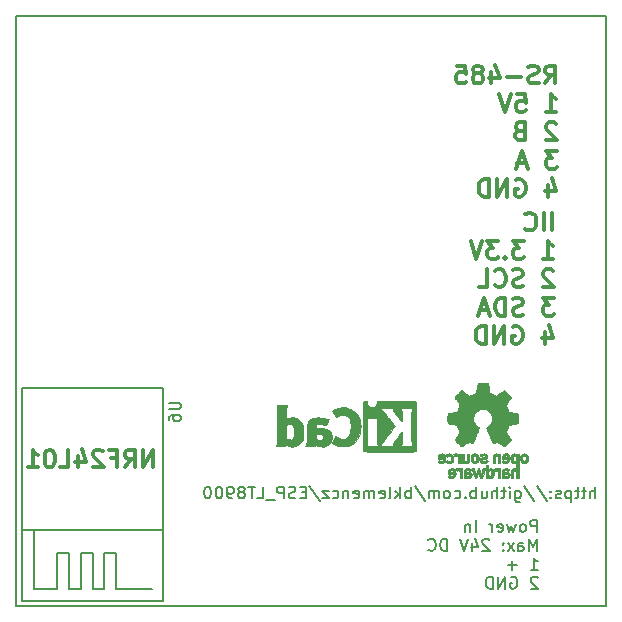
<source format=gbo>
G04 #@! TF.FileFunction,Legend,Bot*
%FSLAX46Y46*%
G04 Gerber Fmt 4.6, Leading zero omitted, Abs format (unit mm)*
G04 Created by KiCad (PCBNEW 4.0.2-stable) date 6/15/2017 12:31:11 PM*
%MOMM*%
G01*
G04 APERTURE LIST*
%ADD10C,0.100000*%
%ADD11C,0.200000*%
%ADD12C,0.300000*%
%ADD13C,0.150000*%
%ADD14C,0.010000*%
G04 APERTURE END LIST*
D10*
D11*
X149061011Y-140863581D02*
X149061011Y-139863581D01*
X148632439Y-140863581D02*
X148632439Y-140339771D01*
X148680058Y-140244533D01*
X148775296Y-140196914D01*
X148918154Y-140196914D01*
X149013392Y-140244533D01*
X149061011Y-140292152D01*
X148299106Y-140196914D02*
X147918154Y-140196914D01*
X148156249Y-139863581D02*
X148156249Y-140720724D01*
X148108630Y-140815962D01*
X148013392Y-140863581D01*
X147918154Y-140863581D01*
X147727677Y-140196914D02*
X147346725Y-140196914D01*
X147584820Y-139863581D02*
X147584820Y-140720724D01*
X147537201Y-140815962D01*
X147441963Y-140863581D01*
X147346725Y-140863581D01*
X147013391Y-140196914D02*
X147013391Y-141196914D01*
X147013391Y-140244533D02*
X146918153Y-140196914D01*
X146727676Y-140196914D01*
X146632438Y-140244533D01*
X146584819Y-140292152D01*
X146537200Y-140387390D01*
X146537200Y-140673105D01*
X146584819Y-140768343D01*
X146632438Y-140815962D01*
X146727676Y-140863581D01*
X146918153Y-140863581D01*
X147013391Y-140815962D01*
X146156248Y-140815962D02*
X146061010Y-140863581D01*
X145870534Y-140863581D01*
X145775295Y-140815962D01*
X145727676Y-140720724D01*
X145727676Y-140673105D01*
X145775295Y-140577867D01*
X145870534Y-140530248D01*
X146013391Y-140530248D01*
X146108629Y-140482629D01*
X146156248Y-140387390D01*
X146156248Y-140339771D01*
X146108629Y-140244533D01*
X146013391Y-140196914D01*
X145870534Y-140196914D01*
X145775295Y-140244533D01*
X145299105Y-140768343D02*
X145251486Y-140815962D01*
X145299105Y-140863581D01*
X145346724Y-140815962D01*
X145299105Y-140768343D01*
X145299105Y-140863581D01*
X145299105Y-140244533D02*
X145251486Y-140292152D01*
X145299105Y-140339771D01*
X145346724Y-140292152D01*
X145299105Y-140244533D01*
X145299105Y-140339771D01*
X144108629Y-139815962D02*
X144965772Y-141101676D01*
X143061010Y-139815962D02*
X143918153Y-141101676D01*
X142299105Y-140196914D02*
X142299105Y-141006438D01*
X142346724Y-141101676D01*
X142394343Y-141149295D01*
X142489582Y-141196914D01*
X142632439Y-141196914D01*
X142727677Y-141149295D01*
X142299105Y-140815962D02*
X142394343Y-140863581D01*
X142584820Y-140863581D01*
X142680058Y-140815962D01*
X142727677Y-140768343D01*
X142775296Y-140673105D01*
X142775296Y-140387390D01*
X142727677Y-140292152D01*
X142680058Y-140244533D01*
X142584820Y-140196914D01*
X142394343Y-140196914D01*
X142299105Y-140244533D01*
X141822915Y-140863581D02*
X141822915Y-140196914D01*
X141822915Y-139863581D02*
X141870534Y-139911200D01*
X141822915Y-139958819D01*
X141775296Y-139911200D01*
X141822915Y-139863581D01*
X141822915Y-139958819D01*
X141489582Y-140196914D02*
X141108630Y-140196914D01*
X141346725Y-139863581D02*
X141346725Y-140720724D01*
X141299106Y-140815962D01*
X141203868Y-140863581D01*
X141108630Y-140863581D01*
X140775296Y-140863581D02*
X140775296Y-139863581D01*
X140346724Y-140863581D02*
X140346724Y-140339771D01*
X140394343Y-140244533D01*
X140489581Y-140196914D01*
X140632439Y-140196914D01*
X140727677Y-140244533D01*
X140775296Y-140292152D01*
X139441962Y-140196914D02*
X139441962Y-140863581D01*
X139870534Y-140196914D02*
X139870534Y-140720724D01*
X139822915Y-140815962D01*
X139727677Y-140863581D01*
X139584819Y-140863581D01*
X139489581Y-140815962D01*
X139441962Y-140768343D01*
X138965772Y-140863581D02*
X138965772Y-139863581D01*
X138965772Y-140244533D02*
X138870534Y-140196914D01*
X138680057Y-140196914D01*
X138584819Y-140244533D01*
X138537200Y-140292152D01*
X138489581Y-140387390D01*
X138489581Y-140673105D01*
X138537200Y-140768343D01*
X138584819Y-140815962D01*
X138680057Y-140863581D01*
X138870534Y-140863581D01*
X138965772Y-140815962D01*
X138061010Y-140768343D02*
X138013391Y-140815962D01*
X138061010Y-140863581D01*
X138108629Y-140815962D01*
X138061010Y-140768343D01*
X138061010Y-140863581D01*
X137156248Y-140815962D02*
X137251486Y-140863581D01*
X137441963Y-140863581D01*
X137537201Y-140815962D01*
X137584820Y-140768343D01*
X137632439Y-140673105D01*
X137632439Y-140387390D01*
X137584820Y-140292152D01*
X137537201Y-140244533D01*
X137441963Y-140196914D01*
X137251486Y-140196914D01*
X137156248Y-140244533D01*
X136584820Y-140863581D02*
X136680058Y-140815962D01*
X136727677Y-140768343D01*
X136775296Y-140673105D01*
X136775296Y-140387390D01*
X136727677Y-140292152D01*
X136680058Y-140244533D01*
X136584820Y-140196914D01*
X136441962Y-140196914D01*
X136346724Y-140244533D01*
X136299105Y-140292152D01*
X136251486Y-140387390D01*
X136251486Y-140673105D01*
X136299105Y-140768343D01*
X136346724Y-140815962D01*
X136441962Y-140863581D01*
X136584820Y-140863581D01*
X135822915Y-140863581D02*
X135822915Y-140196914D01*
X135822915Y-140292152D02*
X135775296Y-140244533D01*
X135680058Y-140196914D01*
X135537200Y-140196914D01*
X135441962Y-140244533D01*
X135394343Y-140339771D01*
X135394343Y-140863581D01*
X135394343Y-140339771D02*
X135346724Y-140244533D01*
X135251486Y-140196914D01*
X135108629Y-140196914D01*
X135013391Y-140244533D01*
X134965772Y-140339771D01*
X134965772Y-140863581D01*
X133775296Y-139815962D02*
X134632439Y-141101676D01*
X133441963Y-140863581D02*
X133441963Y-139863581D01*
X133441963Y-140244533D02*
X133346725Y-140196914D01*
X133156248Y-140196914D01*
X133061010Y-140244533D01*
X133013391Y-140292152D01*
X132965772Y-140387390D01*
X132965772Y-140673105D01*
X133013391Y-140768343D01*
X133061010Y-140815962D01*
X133156248Y-140863581D01*
X133346725Y-140863581D01*
X133441963Y-140815962D01*
X132537201Y-140863581D02*
X132537201Y-139863581D01*
X132441963Y-140482629D02*
X132156248Y-140863581D01*
X132156248Y-140196914D02*
X132537201Y-140577867D01*
X131584820Y-140863581D02*
X131680058Y-140815962D01*
X131727677Y-140720724D01*
X131727677Y-139863581D01*
X130822914Y-140815962D02*
X130918152Y-140863581D01*
X131108629Y-140863581D01*
X131203867Y-140815962D01*
X131251486Y-140720724D01*
X131251486Y-140339771D01*
X131203867Y-140244533D01*
X131108629Y-140196914D01*
X130918152Y-140196914D01*
X130822914Y-140244533D01*
X130775295Y-140339771D01*
X130775295Y-140435010D01*
X131251486Y-140530248D01*
X130346724Y-140863581D02*
X130346724Y-140196914D01*
X130346724Y-140292152D02*
X130299105Y-140244533D01*
X130203867Y-140196914D01*
X130061009Y-140196914D01*
X129965771Y-140244533D01*
X129918152Y-140339771D01*
X129918152Y-140863581D01*
X129918152Y-140339771D02*
X129870533Y-140244533D01*
X129775295Y-140196914D01*
X129632438Y-140196914D01*
X129537200Y-140244533D01*
X129489581Y-140339771D01*
X129489581Y-140863581D01*
X128632438Y-140815962D02*
X128727676Y-140863581D01*
X128918153Y-140863581D01*
X129013391Y-140815962D01*
X129061010Y-140720724D01*
X129061010Y-140339771D01*
X129013391Y-140244533D01*
X128918153Y-140196914D01*
X128727676Y-140196914D01*
X128632438Y-140244533D01*
X128584819Y-140339771D01*
X128584819Y-140435010D01*
X129061010Y-140530248D01*
X128156248Y-140196914D02*
X128156248Y-140863581D01*
X128156248Y-140292152D02*
X128108629Y-140244533D01*
X128013391Y-140196914D01*
X127870533Y-140196914D01*
X127775295Y-140244533D01*
X127727676Y-140339771D01*
X127727676Y-140863581D01*
X126822914Y-140815962D02*
X126918152Y-140863581D01*
X127108629Y-140863581D01*
X127203867Y-140815962D01*
X127251486Y-140768343D01*
X127299105Y-140673105D01*
X127299105Y-140387390D01*
X127251486Y-140292152D01*
X127203867Y-140244533D01*
X127108629Y-140196914D01*
X126918152Y-140196914D01*
X126822914Y-140244533D01*
X126489581Y-140196914D02*
X125965771Y-140196914D01*
X126489581Y-140863581D01*
X125965771Y-140863581D01*
X124870533Y-139815962D02*
X125727676Y-141101676D01*
X124537200Y-140339771D02*
X124203866Y-140339771D01*
X124061009Y-140863581D02*
X124537200Y-140863581D01*
X124537200Y-139863581D01*
X124061009Y-139863581D01*
X123680057Y-140815962D02*
X123537200Y-140863581D01*
X123299104Y-140863581D01*
X123203866Y-140815962D01*
X123156247Y-140768343D01*
X123108628Y-140673105D01*
X123108628Y-140577867D01*
X123156247Y-140482629D01*
X123203866Y-140435010D01*
X123299104Y-140387390D01*
X123489581Y-140339771D01*
X123584819Y-140292152D01*
X123632438Y-140244533D01*
X123680057Y-140149295D01*
X123680057Y-140054057D01*
X123632438Y-139958819D01*
X123584819Y-139911200D01*
X123489581Y-139863581D01*
X123251485Y-139863581D01*
X123108628Y-139911200D01*
X122680057Y-140863581D02*
X122680057Y-139863581D01*
X122299104Y-139863581D01*
X122203866Y-139911200D01*
X122156247Y-139958819D01*
X122108628Y-140054057D01*
X122108628Y-140196914D01*
X122156247Y-140292152D01*
X122203866Y-140339771D01*
X122299104Y-140387390D01*
X122680057Y-140387390D01*
X121918152Y-140958819D02*
X121156247Y-140958819D01*
X120441961Y-140863581D02*
X120918152Y-140863581D01*
X120918152Y-139863581D01*
X120251485Y-139863581D02*
X119680056Y-139863581D01*
X119965771Y-140863581D02*
X119965771Y-139863581D01*
X119203866Y-140292152D02*
X119299104Y-140244533D01*
X119346723Y-140196914D01*
X119394342Y-140101676D01*
X119394342Y-140054057D01*
X119346723Y-139958819D01*
X119299104Y-139911200D01*
X119203866Y-139863581D01*
X119013389Y-139863581D01*
X118918151Y-139911200D01*
X118870532Y-139958819D01*
X118822913Y-140054057D01*
X118822913Y-140101676D01*
X118870532Y-140196914D01*
X118918151Y-140244533D01*
X119013389Y-140292152D01*
X119203866Y-140292152D01*
X119299104Y-140339771D01*
X119346723Y-140387390D01*
X119394342Y-140482629D01*
X119394342Y-140673105D01*
X119346723Y-140768343D01*
X119299104Y-140815962D01*
X119203866Y-140863581D01*
X119013389Y-140863581D01*
X118918151Y-140815962D01*
X118870532Y-140768343D01*
X118822913Y-140673105D01*
X118822913Y-140482629D01*
X118870532Y-140387390D01*
X118918151Y-140339771D01*
X119013389Y-140292152D01*
X118346723Y-140863581D02*
X118156247Y-140863581D01*
X118061008Y-140815962D01*
X118013389Y-140768343D01*
X117918151Y-140625486D01*
X117870532Y-140435010D01*
X117870532Y-140054057D01*
X117918151Y-139958819D01*
X117965770Y-139911200D01*
X118061008Y-139863581D01*
X118251485Y-139863581D01*
X118346723Y-139911200D01*
X118394342Y-139958819D01*
X118441961Y-140054057D01*
X118441961Y-140292152D01*
X118394342Y-140387390D01*
X118346723Y-140435010D01*
X118251485Y-140482629D01*
X118061008Y-140482629D01*
X117965770Y-140435010D01*
X117918151Y-140387390D01*
X117870532Y-140292152D01*
X117251485Y-139863581D02*
X117156246Y-139863581D01*
X117061008Y-139911200D01*
X117013389Y-139958819D01*
X116965770Y-140054057D01*
X116918151Y-140244533D01*
X116918151Y-140482629D01*
X116965770Y-140673105D01*
X117013389Y-140768343D01*
X117061008Y-140815962D01*
X117156246Y-140863581D01*
X117251485Y-140863581D01*
X117346723Y-140815962D01*
X117394342Y-140768343D01*
X117441961Y-140673105D01*
X117489580Y-140482629D01*
X117489580Y-140244533D01*
X117441961Y-140054057D01*
X117394342Y-139958819D01*
X117346723Y-139911200D01*
X117251485Y-139863581D01*
X116299104Y-139863581D02*
X116203865Y-139863581D01*
X116108627Y-139911200D01*
X116061008Y-139958819D01*
X116013389Y-140054057D01*
X115965770Y-140244533D01*
X115965770Y-140482629D01*
X116013389Y-140673105D01*
X116061008Y-140768343D01*
X116108627Y-140815962D01*
X116203865Y-140863581D01*
X116299104Y-140863581D01*
X116394342Y-140815962D01*
X116441961Y-140768343D01*
X116489580Y-140673105D01*
X116537199Y-140482629D01*
X116537199Y-140244533D01*
X116489580Y-140054057D01*
X116441961Y-139958819D01*
X116394342Y-139911200D01*
X116299104Y-139863581D01*
D12*
X111660913Y-138244971D02*
X111660913Y-136744971D01*
X110803770Y-138244971D01*
X110803770Y-136744971D01*
X109232341Y-138244971D02*
X109732341Y-137530686D01*
X110089484Y-138244971D02*
X110089484Y-136744971D01*
X109518056Y-136744971D01*
X109375198Y-136816400D01*
X109303770Y-136887829D01*
X109232341Y-137030686D01*
X109232341Y-137244971D01*
X109303770Y-137387829D01*
X109375198Y-137459257D01*
X109518056Y-137530686D01*
X110089484Y-137530686D01*
X108089484Y-137459257D02*
X108589484Y-137459257D01*
X108589484Y-138244971D02*
X108589484Y-136744971D01*
X107875198Y-136744971D01*
X107375199Y-136887829D02*
X107303770Y-136816400D01*
X107160913Y-136744971D01*
X106803770Y-136744971D01*
X106660913Y-136816400D01*
X106589484Y-136887829D01*
X106518056Y-137030686D01*
X106518056Y-137173543D01*
X106589484Y-137387829D01*
X107446627Y-138244971D01*
X106518056Y-138244971D01*
X105232342Y-137244971D02*
X105232342Y-138244971D01*
X105589485Y-136673543D02*
X105946628Y-137744971D01*
X105018056Y-137744971D01*
X103732342Y-138244971D02*
X104446628Y-138244971D01*
X104446628Y-136744971D01*
X102946628Y-136744971D02*
X102803771Y-136744971D01*
X102660914Y-136816400D01*
X102589485Y-136887829D01*
X102518056Y-137030686D01*
X102446628Y-137316400D01*
X102446628Y-137673543D01*
X102518056Y-137959257D01*
X102589485Y-138102114D01*
X102660914Y-138173543D01*
X102803771Y-138244971D01*
X102946628Y-138244971D01*
X103089485Y-138173543D01*
X103160914Y-138102114D01*
X103232342Y-137959257D01*
X103303771Y-137673543D01*
X103303771Y-137316400D01*
X103232342Y-137030686D01*
X103160914Y-136887829D01*
X103089485Y-136816400D01*
X102946628Y-136744971D01*
X101018057Y-138244971D02*
X101875200Y-138244971D01*
X101446628Y-138244971D02*
X101446628Y-136744971D01*
X101589485Y-136959257D01*
X101732343Y-137102114D01*
X101875200Y-137173543D01*
X144835714Y-105733571D02*
X145335714Y-105019286D01*
X145692857Y-105733571D02*
X145692857Y-104233571D01*
X145121429Y-104233571D01*
X144978571Y-104305000D01*
X144907143Y-104376429D01*
X144835714Y-104519286D01*
X144835714Y-104733571D01*
X144907143Y-104876429D01*
X144978571Y-104947857D01*
X145121429Y-105019286D01*
X145692857Y-105019286D01*
X144264286Y-105662143D02*
X144050000Y-105733571D01*
X143692857Y-105733571D01*
X143550000Y-105662143D01*
X143478571Y-105590714D01*
X143407143Y-105447857D01*
X143407143Y-105305000D01*
X143478571Y-105162143D01*
X143550000Y-105090714D01*
X143692857Y-105019286D01*
X143978571Y-104947857D01*
X144121429Y-104876429D01*
X144192857Y-104805000D01*
X144264286Y-104662143D01*
X144264286Y-104519286D01*
X144192857Y-104376429D01*
X144121429Y-104305000D01*
X143978571Y-104233571D01*
X143621429Y-104233571D01*
X143407143Y-104305000D01*
X142764286Y-105162143D02*
X141621429Y-105162143D01*
X140264286Y-104733571D02*
X140264286Y-105733571D01*
X140621429Y-104162143D02*
X140978572Y-105233571D01*
X140050000Y-105233571D01*
X139264286Y-104876429D02*
X139407144Y-104805000D01*
X139478572Y-104733571D01*
X139550001Y-104590714D01*
X139550001Y-104519286D01*
X139478572Y-104376429D01*
X139407144Y-104305000D01*
X139264286Y-104233571D01*
X138978572Y-104233571D01*
X138835715Y-104305000D01*
X138764286Y-104376429D01*
X138692858Y-104519286D01*
X138692858Y-104590714D01*
X138764286Y-104733571D01*
X138835715Y-104805000D01*
X138978572Y-104876429D01*
X139264286Y-104876429D01*
X139407144Y-104947857D01*
X139478572Y-105019286D01*
X139550001Y-105162143D01*
X139550001Y-105447857D01*
X139478572Y-105590714D01*
X139407144Y-105662143D01*
X139264286Y-105733571D01*
X138978572Y-105733571D01*
X138835715Y-105662143D01*
X138764286Y-105590714D01*
X138692858Y-105447857D01*
X138692858Y-105162143D01*
X138764286Y-105019286D01*
X138835715Y-104947857D01*
X138978572Y-104876429D01*
X137335715Y-104233571D02*
X138050001Y-104233571D01*
X138121430Y-104947857D01*
X138050001Y-104876429D01*
X137907144Y-104805000D01*
X137550001Y-104805000D01*
X137407144Y-104876429D01*
X137335715Y-104947857D01*
X137264287Y-105090714D01*
X137264287Y-105447857D01*
X137335715Y-105590714D01*
X137407144Y-105662143D01*
X137550001Y-105733571D01*
X137907144Y-105733571D01*
X138050001Y-105662143D01*
X138121430Y-105590714D01*
X144907143Y-108133571D02*
X145764286Y-108133571D01*
X145335714Y-108133571D02*
X145335714Y-106633571D01*
X145478571Y-106847857D01*
X145621429Y-106990714D01*
X145764286Y-107062143D01*
X142407143Y-106633571D02*
X143121429Y-106633571D01*
X143192858Y-107347857D01*
X143121429Y-107276429D01*
X142978572Y-107205000D01*
X142621429Y-107205000D01*
X142478572Y-107276429D01*
X142407143Y-107347857D01*
X142335715Y-107490714D01*
X142335715Y-107847857D01*
X142407143Y-107990714D01*
X142478572Y-108062143D01*
X142621429Y-108133571D01*
X142978572Y-108133571D01*
X143121429Y-108062143D01*
X143192858Y-107990714D01*
X141907144Y-106633571D02*
X141407144Y-108133571D01*
X140907144Y-106633571D01*
X145764286Y-109176429D02*
X145692857Y-109105000D01*
X145550000Y-109033571D01*
X145192857Y-109033571D01*
X145050000Y-109105000D01*
X144978571Y-109176429D01*
X144907143Y-109319286D01*
X144907143Y-109462143D01*
X144978571Y-109676429D01*
X145835714Y-110533571D01*
X144907143Y-110533571D01*
X142621429Y-109747857D02*
X142407143Y-109819286D01*
X142335715Y-109890714D01*
X142264286Y-110033571D01*
X142264286Y-110247857D01*
X142335715Y-110390714D01*
X142407143Y-110462143D01*
X142550001Y-110533571D01*
X143121429Y-110533571D01*
X143121429Y-109033571D01*
X142621429Y-109033571D01*
X142478572Y-109105000D01*
X142407143Y-109176429D01*
X142335715Y-109319286D01*
X142335715Y-109462143D01*
X142407143Y-109605000D01*
X142478572Y-109676429D01*
X142621429Y-109747857D01*
X143121429Y-109747857D01*
X145835714Y-111433571D02*
X144907143Y-111433571D01*
X145407143Y-112005000D01*
X145192857Y-112005000D01*
X145050000Y-112076429D01*
X144978571Y-112147857D01*
X144907143Y-112290714D01*
X144907143Y-112647857D01*
X144978571Y-112790714D01*
X145050000Y-112862143D01*
X145192857Y-112933571D01*
X145621429Y-112933571D01*
X145764286Y-112862143D01*
X145835714Y-112790714D01*
X143192858Y-112505000D02*
X142478572Y-112505000D01*
X143335715Y-112933571D02*
X142835715Y-111433571D01*
X142335715Y-112933571D01*
X145050000Y-114333571D02*
X145050000Y-115333571D01*
X145407143Y-113762143D02*
X145764286Y-114833571D01*
X144835714Y-114833571D01*
X142335715Y-113905000D02*
X142478572Y-113833571D01*
X142692858Y-113833571D01*
X142907143Y-113905000D01*
X143050001Y-114047857D01*
X143121429Y-114190714D01*
X143192858Y-114476429D01*
X143192858Y-114690714D01*
X143121429Y-114976429D01*
X143050001Y-115119286D01*
X142907143Y-115262143D01*
X142692858Y-115333571D01*
X142550001Y-115333571D01*
X142335715Y-115262143D01*
X142264286Y-115190714D01*
X142264286Y-114690714D01*
X142550001Y-114690714D01*
X141621429Y-115333571D02*
X141621429Y-113833571D01*
X140764286Y-115333571D01*
X140764286Y-113833571D01*
X140050000Y-115333571D02*
X140050000Y-113833571D01*
X139692857Y-113833571D01*
X139478572Y-113905000D01*
X139335714Y-114047857D01*
X139264286Y-114190714D01*
X139192857Y-114476429D01*
X139192857Y-114690714D01*
X139264286Y-114976429D01*
X139335714Y-115119286D01*
X139478572Y-115262143D01*
X139692857Y-115333571D01*
X140050000Y-115333571D01*
X145438857Y-118179571D02*
X145438857Y-116679571D01*
X144724571Y-118179571D02*
X144724571Y-116679571D01*
X143153142Y-118036714D02*
X143224571Y-118108143D01*
X143438857Y-118179571D01*
X143581714Y-118179571D01*
X143795999Y-118108143D01*
X143938857Y-117965286D01*
X144010285Y-117822429D01*
X144081714Y-117536714D01*
X144081714Y-117322429D01*
X144010285Y-117036714D01*
X143938857Y-116893857D01*
X143795999Y-116751000D01*
X143581714Y-116679571D01*
X143438857Y-116679571D01*
X143224571Y-116751000D01*
X143153142Y-116822429D01*
X144653143Y-120579571D02*
X145510286Y-120579571D01*
X145081714Y-120579571D02*
X145081714Y-119079571D01*
X145224571Y-119293857D01*
X145367429Y-119436714D01*
X145510286Y-119508143D01*
X143010286Y-119079571D02*
X142081715Y-119079571D01*
X142581715Y-119651000D01*
X142367429Y-119651000D01*
X142224572Y-119722429D01*
X142153143Y-119793857D01*
X142081715Y-119936714D01*
X142081715Y-120293857D01*
X142153143Y-120436714D01*
X142224572Y-120508143D01*
X142367429Y-120579571D01*
X142796001Y-120579571D01*
X142938858Y-120508143D01*
X143010286Y-120436714D01*
X141438858Y-120436714D02*
X141367430Y-120508143D01*
X141438858Y-120579571D01*
X141510287Y-120508143D01*
X141438858Y-120436714D01*
X141438858Y-120579571D01*
X140867429Y-119079571D02*
X139938858Y-119079571D01*
X140438858Y-119651000D01*
X140224572Y-119651000D01*
X140081715Y-119722429D01*
X140010286Y-119793857D01*
X139938858Y-119936714D01*
X139938858Y-120293857D01*
X140010286Y-120436714D01*
X140081715Y-120508143D01*
X140224572Y-120579571D01*
X140653144Y-120579571D01*
X140796001Y-120508143D01*
X140867429Y-120436714D01*
X139510287Y-119079571D02*
X139010287Y-120579571D01*
X138510287Y-119079571D01*
X145510286Y-121622429D02*
X145438857Y-121551000D01*
X145296000Y-121479571D01*
X144938857Y-121479571D01*
X144796000Y-121551000D01*
X144724571Y-121622429D01*
X144653143Y-121765286D01*
X144653143Y-121908143D01*
X144724571Y-122122429D01*
X145581714Y-122979571D01*
X144653143Y-122979571D01*
X142938858Y-122908143D02*
X142724572Y-122979571D01*
X142367429Y-122979571D01*
X142224572Y-122908143D01*
X142153143Y-122836714D01*
X142081715Y-122693857D01*
X142081715Y-122551000D01*
X142153143Y-122408143D01*
X142224572Y-122336714D01*
X142367429Y-122265286D01*
X142653143Y-122193857D01*
X142796001Y-122122429D01*
X142867429Y-122051000D01*
X142938858Y-121908143D01*
X142938858Y-121765286D01*
X142867429Y-121622429D01*
X142796001Y-121551000D01*
X142653143Y-121479571D01*
X142296001Y-121479571D01*
X142081715Y-121551000D01*
X140581715Y-122836714D02*
X140653144Y-122908143D01*
X140867430Y-122979571D01*
X141010287Y-122979571D01*
X141224572Y-122908143D01*
X141367430Y-122765286D01*
X141438858Y-122622429D01*
X141510287Y-122336714D01*
X141510287Y-122122429D01*
X141438858Y-121836714D01*
X141367430Y-121693857D01*
X141224572Y-121551000D01*
X141010287Y-121479571D01*
X140867430Y-121479571D01*
X140653144Y-121551000D01*
X140581715Y-121622429D01*
X139224572Y-122979571D02*
X139938858Y-122979571D01*
X139938858Y-121479571D01*
X145581714Y-123879571D02*
X144653143Y-123879571D01*
X145153143Y-124451000D01*
X144938857Y-124451000D01*
X144796000Y-124522429D01*
X144724571Y-124593857D01*
X144653143Y-124736714D01*
X144653143Y-125093857D01*
X144724571Y-125236714D01*
X144796000Y-125308143D01*
X144938857Y-125379571D01*
X145367429Y-125379571D01*
X145510286Y-125308143D01*
X145581714Y-125236714D01*
X142938858Y-125308143D02*
X142724572Y-125379571D01*
X142367429Y-125379571D01*
X142224572Y-125308143D01*
X142153143Y-125236714D01*
X142081715Y-125093857D01*
X142081715Y-124951000D01*
X142153143Y-124808143D01*
X142224572Y-124736714D01*
X142367429Y-124665286D01*
X142653143Y-124593857D01*
X142796001Y-124522429D01*
X142867429Y-124451000D01*
X142938858Y-124308143D01*
X142938858Y-124165286D01*
X142867429Y-124022429D01*
X142796001Y-123951000D01*
X142653143Y-123879571D01*
X142296001Y-123879571D01*
X142081715Y-123951000D01*
X141438858Y-125379571D02*
X141438858Y-123879571D01*
X141081715Y-123879571D01*
X140867430Y-123951000D01*
X140724572Y-124093857D01*
X140653144Y-124236714D01*
X140581715Y-124522429D01*
X140581715Y-124736714D01*
X140653144Y-125022429D01*
X140724572Y-125165286D01*
X140867430Y-125308143D01*
X141081715Y-125379571D01*
X141438858Y-125379571D01*
X140010287Y-124951000D02*
X139296001Y-124951000D01*
X140153144Y-125379571D02*
X139653144Y-123879571D01*
X139153144Y-125379571D01*
X144796000Y-126779571D02*
X144796000Y-127779571D01*
X145153143Y-126208143D02*
X145510286Y-127279571D01*
X144581714Y-127279571D01*
X142081715Y-126351000D02*
X142224572Y-126279571D01*
X142438858Y-126279571D01*
X142653143Y-126351000D01*
X142796001Y-126493857D01*
X142867429Y-126636714D01*
X142938858Y-126922429D01*
X142938858Y-127136714D01*
X142867429Y-127422429D01*
X142796001Y-127565286D01*
X142653143Y-127708143D01*
X142438858Y-127779571D01*
X142296001Y-127779571D01*
X142081715Y-127708143D01*
X142010286Y-127636714D01*
X142010286Y-127136714D01*
X142296001Y-127136714D01*
X141367429Y-127779571D02*
X141367429Y-126279571D01*
X140510286Y-127779571D01*
X140510286Y-126279571D01*
X139796000Y-127779571D02*
X139796000Y-126279571D01*
X139438857Y-126279571D01*
X139224572Y-126351000D01*
X139081714Y-126493857D01*
X139010286Y-126636714D01*
X138938857Y-126922429D01*
X138938857Y-127136714D01*
X139010286Y-127422429D01*
X139081714Y-127565286D01*
X139224572Y-127708143D01*
X139438857Y-127779571D01*
X139796000Y-127779571D01*
D11*
X144135505Y-143695981D02*
X144135505Y-142695981D01*
X143754552Y-142695981D01*
X143659314Y-142743600D01*
X143611695Y-142791219D01*
X143564076Y-142886457D01*
X143564076Y-143029314D01*
X143611695Y-143124552D01*
X143659314Y-143172171D01*
X143754552Y-143219790D01*
X144135505Y-143219790D01*
X142992648Y-143695981D02*
X143087886Y-143648362D01*
X143135505Y-143600743D01*
X143183124Y-143505505D01*
X143183124Y-143219790D01*
X143135505Y-143124552D01*
X143087886Y-143076933D01*
X142992648Y-143029314D01*
X142849790Y-143029314D01*
X142754552Y-143076933D01*
X142706933Y-143124552D01*
X142659314Y-143219790D01*
X142659314Y-143505505D01*
X142706933Y-143600743D01*
X142754552Y-143648362D01*
X142849790Y-143695981D01*
X142992648Y-143695981D01*
X142325981Y-143029314D02*
X142135505Y-143695981D01*
X141945028Y-143219790D01*
X141754552Y-143695981D01*
X141564076Y-143029314D01*
X140802171Y-143648362D02*
X140897409Y-143695981D01*
X141087886Y-143695981D01*
X141183124Y-143648362D01*
X141230743Y-143553124D01*
X141230743Y-143172171D01*
X141183124Y-143076933D01*
X141087886Y-143029314D01*
X140897409Y-143029314D01*
X140802171Y-143076933D01*
X140754552Y-143172171D01*
X140754552Y-143267410D01*
X141230743Y-143362648D01*
X140325981Y-143695981D02*
X140325981Y-143029314D01*
X140325981Y-143219790D02*
X140278362Y-143124552D01*
X140230743Y-143076933D01*
X140135505Y-143029314D01*
X140040266Y-143029314D01*
X138945028Y-143695981D02*
X138945028Y-142695981D01*
X138468838Y-143029314D02*
X138468838Y-143695981D01*
X138468838Y-143124552D02*
X138421219Y-143076933D01*
X138325981Y-143029314D01*
X138183123Y-143029314D01*
X138087885Y-143076933D01*
X138040266Y-143172171D01*
X138040266Y-143695981D01*
X144135505Y-145295981D02*
X144135505Y-144295981D01*
X143802171Y-145010267D01*
X143468838Y-144295981D01*
X143468838Y-145295981D01*
X142564076Y-145295981D02*
X142564076Y-144772171D01*
X142611695Y-144676933D01*
X142706933Y-144629314D01*
X142897410Y-144629314D01*
X142992648Y-144676933D01*
X142564076Y-145248362D02*
X142659314Y-145295981D01*
X142897410Y-145295981D01*
X142992648Y-145248362D01*
X143040267Y-145153124D01*
X143040267Y-145057886D01*
X142992648Y-144962648D01*
X142897410Y-144915029D01*
X142659314Y-144915029D01*
X142564076Y-144867410D01*
X142183124Y-145295981D02*
X141659314Y-144629314D01*
X142183124Y-144629314D02*
X141659314Y-145295981D01*
X141278362Y-145200743D02*
X141230743Y-145248362D01*
X141278362Y-145295981D01*
X141325981Y-145248362D01*
X141278362Y-145200743D01*
X141278362Y-145295981D01*
X141278362Y-144676933D02*
X141230743Y-144724552D01*
X141278362Y-144772171D01*
X141325981Y-144724552D01*
X141278362Y-144676933D01*
X141278362Y-144772171D01*
X140087886Y-144391219D02*
X140040267Y-144343600D01*
X139945029Y-144295981D01*
X139706933Y-144295981D01*
X139611695Y-144343600D01*
X139564076Y-144391219D01*
X139516457Y-144486457D01*
X139516457Y-144581695D01*
X139564076Y-144724552D01*
X140135505Y-145295981D01*
X139516457Y-145295981D01*
X138659314Y-144629314D02*
X138659314Y-145295981D01*
X138897410Y-144248362D02*
X139135505Y-144962648D01*
X138516457Y-144962648D01*
X138278362Y-144295981D02*
X137945029Y-145295981D01*
X137611695Y-144295981D01*
X136516457Y-145295981D02*
X136516457Y-144295981D01*
X136278362Y-144295981D01*
X136135504Y-144343600D01*
X136040266Y-144438838D01*
X135992647Y-144534076D01*
X135945028Y-144724552D01*
X135945028Y-144867410D01*
X135992647Y-145057886D01*
X136040266Y-145153124D01*
X136135504Y-145248362D01*
X136278362Y-145295981D01*
X136516457Y-145295981D01*
X134945028Y-145200743D02*
X134992647Y-145248362D01*
X135135504Y-145295981D01*
X135230742Y-145295981D01*
X135373600Y-145248362D01*
X135468838Y-145153124D01*
X135516457Y-145057886D01*
X135564076Y-144867410D01*
X135564076Y-144724552D01*
X135516457Y-144534076D01*
X135468838Y-144438838D01*
X135373600Y-144343600D01*
X135230742Y-144295981D01*
X135135504Y-144295981D01*
X134992647Y-144343600D01*
X134945028Y-144391219D01*
X143611695Y-146895981D02*
X144183124Y-146895981D01*
X143897410Y-146895981D02*
X143897410Y-145895981D01*
X143992648Y-146038838D01*
X144087886Y-146134076D01*
X144183124Y-146181695D01*
X142421219Y-146515029D02*
X141659314Y-146515029D01*
X142040266Y-146895981D02*
X142040266Y-146134076D01*
X144183124Y-147591219D02*
X144135505Y-147543600D01*
X144040267Y-147495981D01*
X143802171Y-147495981D01*
X143706933Y-147543600D01*
X143659314Y-147591219D01*
X143611695Y-147686457D01*
X143611695Y-147781695D01*
X143659314Y-147924552D01*
X144230743Y-148495981D01*
X143611695Y-148495981D01*
X141897409Y-147543600D02*
X141992647Y-147495981D01*
X142135504Y-147495981D01*
X142278362Y-147543600D01*
X142373600Y-147638838D01*
X142421219Y-147734076D01*
X142468838Y-147924552D01*
X142468838Y-148067410D01*
X142421219Y-148257886D01*
X142373600Y-148353124D01*
X142278362Y-148448362D01*
X142135504Y-148495981D01*
X142040266Y-148495981D01*
X141897409Y-148448362D01*
X141849790Y-148400743D01*
X141849790Y-148067410D01*
X142040266Y-148067410D01*
X141421219Y-148495981D02*
X141421219Y-147495981D01*
X140849790Y-148495981D01*
X140849790Y-147495981D01*
X140373600Y-148495981D02*
X140373600Y-147495981D01*
X140135505Y-147495981D01*
X139992647Y-147543600D01*
X139897409Y-147638838D01*
X139849790Y-147734076D01*
X139802171Y-147924552D01*
X139802171Y-148067410D01*
X139849790Y-148257886D01*
X139897409Y-148353124D01*
X139992647Y-148448362D01*
X140135505Y-148495981D01*
X140373600Y-148495981D01*
D13*
X100000000Y-100000000D02*
X100000000Y-150000000D01*
X150000000Y-100000000D02*
X100000000Y-100000000D01*
X150000000Y-150000000D02*
X150000000Y-100000000D01*
X100000000Y-150000000D02*
X150000000Y-150000000D01*
X108508000Y-148526000D02*
X111508000Y-148526000D01*
X108508000Y-145526000D02*
X108508000Y-148526000D01*
X107508000Y-145526000D02*
X108508000Y-145526000D01*
X107508000Y-148526000D02*
X107508000Y-145526000D01*
X106508000Y-148526000D02*
X107508000Y-148526000D01*
X106508000Y-145526000D02*
X106508000Y-148526000D01*
X105508000Y-145526000D02*
X106508000Y-145526000D01*
X105508000Y-148526000D02*
X105508000Y-145526000D01*
X104508000Y-148526000D02*
X105508000Y-148526000D01*
X104508000Y-145526000D02*
X104508000Y-148526000D01*
X103508000Y-145526000D02*
X104508000Y-145526000D01*
X103508000Y-148526000D02*
X103508000Y-145526000D01*
X101508000Y-148526000D02*
X103508000Y-148526000D01*
X101508000Y-143526000D02*
X101508000Y-148526000D01*
X112508000Y-143526000D02*
X100508000Y-143526000D01*
X100508000Y-131526000D02*
X100508000Y-149526000D01*
X112508000Y-131526000D02*
X100508000Y-131526000D01*
X112508000Y-149526000D02*
X112508000Y-131526000D01*
X100508000Y-149526000D02*
X112508000Y-149526000D01*
D14*
G36*
X142084240Y-137080468D02*
X142049008Y-137097874D01*
X142005560Y-137128206D01*
X141973894Y-137161283D01*
X141952206Y-137202817D01*
X141938697Y-137258522D01*
X141931562Y-137334111D01*
X141929000Y-137435296D01*
X141928850Y-137478797D01*
X141929288Y-137574135D01*
X141931104Y-137642271D01*
X141935055Y-137689418D01*
X141941898Y-137721790D01*
X141952389Y-137745600D01*
X141963304Y-137761843D01*
X142032981Y-137830952D01*
X142115034Y-137872521D01*
X142203550Y-137885023D01*
X142292619Y-137866934D01*
X142320837Y-137854142D01*
X142388390Y-137818931D01*
X142388390Y-138370700D01*
X142339088Y-138345205D01*
X142274127Y-138325480D01*
X142194280Y-138320427D01*
X142114548Y-138329756D01*
X142054335Y-138350714D01*
X142004392Y-138390627D01*
X141961719Y-138447741D01*
X141958510Y-138453605D01*
X141944978Y-138481227D01*
X141935095Y-138509068D01*
X141928291Y-138542794D01*
X141923999Y-138588071D01*
X141921649Y-138650562D01*
X141920672Y-138735935D01*
X141920495Y-138832010D01*
X141920495Y-139138526D01*
X142104311Y-139138526D01*
X142104311Y-138573339D01*
X142155725Y-138530077D01*
X142209134Y-138495472D01*
X142259712Y-138489180D01*
X142310570Y-138505372D01*
X142337675Y-138521227D01*
X142357849Y-138543810D01*
X142372197Y-138577940D01*
X142381824Y-138628434D01*
X142387837Y-138700111D01*
X142391340Y-138797788D01*
X142392574Y-138862802D01*
X142396745Y-139130171D01*
X142484475Y-139135222D01*
X142572206Y-139140273D01*
X142572206Y-137481101D01*
X142388390Y-137481101D01*
X142383704Y-137573600D01*
X142367912Y-137637809D01*
X142338417Y-137677759D01*
X142292620Y-137697480D01*
X142246350Y-137701421D01*
X142193972Y-137696892D01*
X142159210Y-137679069D01*
X142137472Y-137655519D01*
X142120360Y-137630189D01*
X142110173Y-137601969D01*
X142105640Y-137562431D01*
X142105491Y-137503142D01*
X142107016Y-137453498D01*
X142110519Y-137378710D01*
X142115733Y-137329611D01*
X142124513Y-137298467D01*
X142138714Y-137277545D01*
X142152116Y-137265452D01*
X142208113Y-137239081D01*
X142274389Y-137234822D01*
X142312444Y-137243906D01*
X142350123Y-137276196D01*
X142375081Y-137339006D01*
X142387178Y-137431894D01*
X142388390Y-137481101D01*
X142572206Y-137481101D01*
X142572206Y-137066421D01*
X142480298Y-137066421D01*
X142425117Y-137068603D01*
X142396648Y-137076351D01*
X142388394Y-137091468D01*
X142388390Y-137091916D01*
X142384560Y-137106720D01*
X142367667Y-137105039D01*
X142334081Y-137088772D01*
X142255822Y-137063887D01*
X142167773Y-137061271D01*
X142084240Y-137080468D01*
X142084240Y-137080468D01*
G37*
X142084240Y-137080468D02*
X142049008Y-137097874D01*
X142005560Y-137128206D01*
X141973894Y-137161283D01*
X141952206Y-137202817D01*
X141938697Y-137258522D01*
X141931562Y-137334111D01*
X141929000Y-137435296D01*
X141928850Y-137478797D01*
X141929288Y-137574135D01*
X141931104Y-137642271D01*
X141935055Y-137689418D01*
X141941898Y-137721790D01*
X141952389Y-137745600D01*
X141963304Y-137761843D01*
X142032981Y-137830952D01*
X142115034Y-137872521D01*
X142203550Y-137885023D01*
X142292619Y-137866934D01*
X142320837Y-137854142D01*
X142388390Y-137818931D01*
X142388390Y-138370700D01*
X142339088Y-138345205D01*
X142274127Y-138325480D01*
X142194280Y-138320427D01*
X142114548Y-138329756D01*
X142054335Y-138350714D01*
X142004392Y-138390627D01*
X141961719Y-138447741D01*
X141958510Y-138453605D01*
X141944978Y-138481227D01*
X141935095Y-138509068D01*
X141928291Y-138542794D01*
X141923999Y-138588071D01*
X141921649Y-138650562D01*
X141920672Y-138735935D01*
X141920495Y-138832010D01*
X141920495Y-139138526D01*
X142104311Y-139138526D01*
X142104311Y-138573339D01*
X142155725Y-138530077D01*
X142209134Y-138495472D01*
X142259712Y-138489180D01*
X142310570Y-138505372D01*
X142337675Y-138521227D01*
X142357849Y-138543810D01*
X142372197Y-138577940D01*
X142381824Y-138628434D01*
X142387837Y-138700111D01*
X142391340Y-138797788D01*
X142392574Y-138862802D01*
X142396745Y-139130171D01*
X142484475Y-139135222D01*
X142572206Y-139140273D01*
X142572206Y-137481101D01*
X142388390Y-137481101D01*
X142383704Y-137573600D01*
X142367912Y-137637809D01*
X142338417Y-137677759D01*
X142292620Y-137697480D01*
X142246350Y-137701421D01*
X142193972Y-137696892D01*
X142159210Y-137679069D01*
X142137472Y-137655519D01*
X142120360Y-137630189D01*
X142110173Y-137601969D01*
X142105640Y-137562431D01*
X142105491Y-137503142D01*
X142107016Y-137453498D01*
X142110519Y-137378710D01*
X142115733Y-137329611D01*
X142124513Y-137298467D01*
X142138714Y-137277545D01*
X142152116Y-137265452D01*
X142208113Y-137239081D01*
X142274389Y-137234822D01*
X142312444Y-137243906D01*
X142350123Y-137276196D01*
X142375081Y-137339006D01*
X142387178Y-137431894D01*
X142388390Y-137481101D01*
X142572206Y-137481101D01*
X142572206Y-137066421D01*
X142480298Y-137066421D01*
X142425117Y-137068603D01*
X142396648Y-137076351D01*
X142388394Y-137091468D01*
X142388390Y-137091916D01*
X142384560Y-137106720D01*
X142367667Y-137105039D01*
X142334081Y-137088772D01*
X142255822Y-137063887D01*
X142167773Y-137061271D01*
X142084240Y-137080468D01*
G36*
X141387143Y-138326184D02*
X141308530Y-138347160D01*
X141248684Y-138385180D01*
X141206453Y-138434978D01*
X141193325Y-138456230D01*
X141183632Y-138478492D01*
X141176856Y-138506970D01*
X141172477Y-138546871D01*
X141169976Y-138603401D01*
X141168832Y-138681767D01*
X141168528Y-138787176D01*
X141168522Y-138815142D01*
X141168522Y-139138526D01*
X141248732Y-139138526D01*
X141299894Y-139134943D01*
X141337723Y-139125866D01*
X141347201Y-139120268D01*
X141373112Y-139110606D01*
X141399576Y-139120268D01*
X141443148Y-139132330D01*
X141506440Y-139137185D01*
X141576590Y-139135078D01*
X141640740Y-139126256D01*
X141678193Y-139114937D01*
X141750667Y-139068412D01*
X141795960Y-139003846D01*
X141816322Y-138918000D01*
X141816512Y-138915796D01*
X141814725Y-138877713D01*
X141653127Y-138877713D01*
X141638999Y-138921030D01*
X141615988Y-138945408D01*
X141569796Y-138963845D01*
X141508825Y-138971205D01*
X141446651Y-138967583D01*
X141396849Y-138953074D01*
X141382897Y-138943765D01*
X141358515Y-138900753D01*
X141352337Y-138851857D01*
X141352337Y-138787605D01*
X141444782Y-138787605D01*
X141532605Y-138794366D01*
X141599182Y-138813520D01*
X141640598Y-138843376D01*
X141653127Y-138877713D01*
X141814725Y-138877713D01*
X141812110Y-138822004D01*
X141781176Y-138747847D01*
X141723019Y-138691767D01*
X141714980Y-138686665D01*
X141680437Y-138670055D01*
X141637682Y-138659996D01*
X141577914Y-138655107D01*
X141506910Y-138653983D01*
X141352337Y-138653921D01*
X141352337Y-138589125D01*
X141358894Y-138538850D01*
X141375625Y-138505169D01*
X141377584Y-138503376D01*
X141414817Y-138488642D01*
X141471020Y-138482931D01*
X141533133Y-138485737D01*
X141588090Y-138496556D01*
X141620701Y-138512782D01*
X141638372Y-138525780D01*
X141657031Y-138528262D01*
X141682781Y-138517613D01*
X141721727Y-138491218D01*
X141779970Y-138446465D01*
X141785316Y-138442273D01*
X141782577Y-138426760D01*
X141759724Y-138400960D01*
X141724991Y-138372289D01*
X141686610Y-138348166D01*
X141674552Y-138342470D01*
X141630566Y-138331103D01*
X141566113Y-138322995D01*
X141494103Y-138319743D01*
X141490736Y-138319736D01*
X141387143Y-138326184D01*
X141387143Y-138326184D01*
G37*
X141387143Y-138326184D02*
X141308530Y-138347160D01*
X141248684Y-138385180D01*
X141206453Y-138434978D01*
X141193325Y-138456230D01*
X141183632Y-138478492D01*
X141176856Y-138506970D01*
X141172477Y-138546871D01*
X141169976Y-138603401D01*
X141168832Y-138681767D01*
X141168528Y-138787176D01*
X141168522Y-138815142D01*
X141168522Y-139138526D01*
X141248732Y-139138526D01*
X141299894Y-139134943D01*
X141337723Y-139125866D01*
X141347201Y-139120268D01*
X141373112Y-139110606D01*
X141399576Y-139120268D01*
X141443148Y-139132330D01*
X141506440Y-139137185D01*
X141576590Y-139135078D01*
X141640740Y-139126256D01*
X141678193Y-139114937D01*
X141750667Y-139068412D01*
X141795960Y-139003846D01*
X141816322Y-138918000D01*
X141816512Y-138915796D01*
X141814725Y-138877713D01*
X141653127Y-138877713D01*
X141638999Y-138921030D01*
X141615988Y-138945408D01*
X141569796Y-138963845D01*
X141508825Y-138971205D01*
X141446651Y-138967583D01*
X141396849Y-138953074D01*
X141382897Y-138943765D01*
X141358515Y-138900753D01*
X141352337Y-138851857D01*
X141352337Y-138787605D01*
X141444782Y-138787605D01*
X141532605Y-138794366D01*
X141599182Y-138813520D01*
X141640598Y-138843376D01*
X141653127Y-138877713D01*
X141814725Y-138877713D01*
X141812110Y-138822004D01*
X141781176Y-138747847D01*
X141723019Y-138691767D01*
X141714980Y-138686665D01*
X141680437Y-138670055D01*
X141637682Y-138659996D01*
X141577914Y-138655107D01*
X141506910Y-138653983D01*
X141352337Y-138653921D01*
X141352337Y-138589125D01*
X141358894Y-138538850D01*
X141375625Y-138505169D01*
X141377584Y-138503376D01*
X141414817Y-138488642D01*
X141471020Y-138482931D01*
X141533133Y-138485737D01*
X141588090Y-138496556D01*
X141620701Y-138512782D01*
X141638372Y-138525780D01*
X141657031Y-138528262D01*
X141682781Y-138517613D01*
X141721727Y-138491218D01*
X141779970Y-138446465D01*
X141785316Y-138442273D01*
X141782577Y-138426760D01*
X141759724Y-138400960D01*
X141724991Y-138372289D01*
X141686610Y-138348166D01*
X141674552Y-138342470D01*
X141630566Y-138331103D01*
X141566113Y-138322995D01*
X141494103Y-138319743D01*
X141490736Y-138319736D01*
X141387143Y-138326184D01*
G36*
X140867719Y-138321486D02*
X140842712Y-138328982D01*
X140834650Y-138345451D01*
X140834311Y-138352886D01*
X140832864Y-138373594D01*
X140822902Y-138376845D01*
X140795988Y-138362648D01*
X140780002Y-138352948D01*
X140729567Y-138332175D01*
X140669328Y-138321904D01*
X140606166Y-138321114D01*
X140546963Y-138328786D01*
X140498598Y-138343898D01*
X140467954Y-138365432D01*
X140461911Y-138392366D01*
X140464961Y-138399660D01*
X140487194Y-138429937D01*
X140521670Y-138467175D01*
X140527906Y-138473195D01*
X140560767Y-138500875D01*
X140589120Y-138509818D01*
X140628773Y-138503576D01*
X140644658Y-138499429D01*
X140694091Y-138489467D01*
X140728848Y-138493947D01*
X140758200Y-138509746D01*
X140785087Y-138530949D01*
X140804890Y-138557614D01*
X140818652Y-138594827D01*
X140827416Y-138647673D01*
X140832226Y-138721237D01*
X140834126Y-138820605D01*
X140834311Y-138880601D01*
X140834311Y-139138526D01*
X141001416Y-139138526D01*
X141001416Y-138319710D01*
X140917864Y-138319710D01*
X140867719Y-138321486D01*
X140867719Y-138321486D01*
G37*
X140867719Y-138321486D02*
X140842712Y-138328982D01*
X140834650Y-138345451D01*
X140834311Y-138352886D01*
X140832864Y-138373594D01*
X140822902Y-138376845D01*
X140795988Y-138362648D01*
X140780002Y-138352948D01*
X140729567Y-138332175D01*
X140669328Y-138321904D01*
X140606166Y-138321114D01*
X140546963Y-138328786D01*
X140498598Y-138343898D01*
X140467954Y-138365432D01*
X140461911Y-138392366D01*
X140464961Y-138399660D01*
X140487194Y-138429937D01*
X140521670Y-138467175D01*
X140527906Y-138473195D01*
X140560767Y-138500875D01*
X140589120Y-138509818D01*
X140628773Y-138503576D01*
X140644658Y-138499429D01*
X140694091Y-138489467D01*
X140728848Y-138493947D01*
X140758200Y-138509746D01*
X140785087Y-138530949D01*
X140804890Y-138557614D01*
X140818652Y-138594827D01*
X140827416Y-138647673D01*
X140832226Y-138721237D01*
X140834126Y-138820605D01*
X140834311Y-138880601D01*
X140834311Y-139138526D01*
X141001416Y-139138526D01*
X141001416Y-138319710D01*
X140917864Y-138319710D01*
X140867719Y-138321486D01*
G36*
X139814969Y-139138526D02*
X139906877Y-139138526D01*
X139960223Y-139136962D01*
X139988007Y-139130485D01*
X139998010Y-139116418D01*
X139998785Y-139106906D01*
X140000472Y-139087832D01*
X140011110Y-139084174D01*
X140039065Y-139095932D01*
X140060805Y-139106906D01*
X140144268Y-139132911D01*
X140234996Y-139134416D01*
X140308758Y-139115021D01*
X140377446Y-139068165D01*
X140429806Y-138999004D01*
X140458478Y-138917427D01*
X140459208Y-138912866D01*
X140463468Y-138863101D01*
X140465586Y-138791659D01*
X140465416Y-138737626D01*
X140282880Y-138737626D01*
X140278651Y-138809441D01*
X140269032Y-138868634D01*
X140256010Y-138902060D01*
X140206744Y-138947740D01*
X140148250Y-138964115D01*
X140087929Y-138950873D01*
X140036383Y-138911373D01*
X140016862Y-138884807D01*
X140005448Y-138853106D01*
X140000102Y-138806832D01*
X139998785Y-138737328D01*
X140001142Y-138668499D01*
X140007367Y-138608026D01*
X140016192Y-138567556D01*
X140017663Y-138563929D01*
X140053253Y-138520802D01*
X140105200Y-138497124D01*
X140163322Y-138493301D01*
X140217440Y-138509738D01*
X140257374Y-138546840D01*
X140261517Y-138554222D01*
X140274484Y-138599239D01*
X140281548Y-138663967D01*
X140282880Y-138737626D01*
X140465416Y-138737626D01*
X140465329Y-138710230D01*
X140464128Y-138666405D01*
X140455955Y-138557988D01*
X140438970Y-138476588D01*
X140410713Y-138416412D01*
X140368728Y-138371666D01*
X140327968Y-138345400D01*
X140271019Y-138326935D01*
X140200189Y-138320602D01*
X140127659Y-138325760D01*
X140065614Y-138341769D01*
X140032832Y-138360920D01*
X139998785Y-138391732D01*
X139998785Y-138002210D01*
X139814969Y-138002210D01*
X139814969Y-139138526D01*
X139814969Y-139138526D01*
G37*
X139814969Y-139138526D02*
X139906877Y-139138526D01*
X139960223Y-139136962D01*
X139988007Y-139130485D01*
X139998010Y-139116418D01*
X139998785Y-139106906D01*
X140000472Y-139087832D01*
X140011110Y-139084174D01*
X140039065Y-139095932D01*
X140060805Y-139106906D01*
X140144268Y-139132911D01*
X140234996Y-139134416D01*
X140308758Y-139115021D01*
X140377446Y-139068165D01*
X140429806Y-138999004D01*
X140458478Y-138917427D01*
X140459208Y-138912866D01*
X140463468Y-138863101D01*
X140465586Y-138791659D01*
X140465416Y-138737626D01*
X140282880Y-138737626D01*
X140278651Y-138809441D01*
X140269032Y-138868634D01*
X140256010Y-138902060D01*
X140206744Y-138947740D01*
X140148250Y-138964115D01*
X140087929Y-138950873D01*
X140036383Y-138911373D01*
X140016862Y-138884807D01*
X140005448Y-138853106D01*
X140000102Y-138806832D01*
X139998785Y-138737328D01*
X140001142Y-138668499D01*
X140007367Y-138608026D01*
X140016192Y-138567556D01*
X140017663Y-138563929D01*
X140053253Y-138520802D01*
X140105200Y-138497124D01*
X140163322Y-138493301D01*
X140217440Y-138509738D01*
X140257374Y-138546840D01*
X140261517Y-138554222D01*
X140274484Y-138599239D01*
X140281548Y-138663967D01*
X140282880Y-138737626D01*
X140465416Y-138737626D01*
X140465329Y-138710230D01*
X140464128Y-138666405D01*
X140455955Y-138557988D01*
X140438970Y-138476588D01*
X140410713Y-138416412D01*
X140368728Y-138371666D01*
X140327968Y-138345400D01*
X140271019Y-138326935D01*
X140200189Y-138320602D01*
X140127659Y-138325760D01*
X140065614Y-138341769D01*
X140032832Y-138360920D01*
X139998785Y-138391732D01*
X139998785Y-138002210D01*
X139814969Y-138002210D01*
X139814969Y-139138526D01*
G36*
X139173470Y-138323104D02*
X139107380Y-138328066D01*
X139020974Y-138587079D01*
X138934569Y-138846092D01*
X138907476Y-138754184D01*
X138891172Y-138697384D01*
X138869725Y-138620625D01*
X138846565Y-138536251D01*
X138834320Y-138490993D01*
X138788256Y-138319710D01*
X138598213Y-138319710D01*
X138655018Y-138499349D01*
X138682993Y-138587704D01*
X138716787Y-138694281D01*
X138752080Y-138805454D01*
X138783587Y-138904579D01*
X138855350Y-139130171D01*
X139010314Y-139140253D01*
X139052330Y-139001528D01*
X139078241Y-138915351D01*
X139106517Y-138820347D01*
X139131231Y-138736441D01*
X139132206Y-138733102D01*
X139150665Y-138676248D01*
X139166951Y-138637456D01*
X139178358Y-138622787D01*
X139180702Y-138624483D01*
X139188929Y-138647225D01*
X139204562Y-138695940D01*
X139225696Y-138764502D01*
X139250430Y-138846785D01*
X139263813Y-138892046D01*
X139336289Y-139138526D01*
X139490105Y-139138526D01*
X139613069Y-138750006D01*
X139647612Y-138641022D01*
X139679079Y-138542048D01*
X139705984Y-138457736D01*
X139726841Y-138392734D01*
X139740162Y-138351692D01*
X139744212Y-138339701D01*
X139741006Y-138327423D01*
X139715835Y-138322046D01*
X139663454Y-138322584D01*
X139655255Y-138322990D01*
X139558118Y-138328066D01*
X139494500Y-138562013D01*
X139471116Y-138647333D01*
X139450219Y-138722335D01*
X139433649Y-138780507D01*
X139423246Y-138815337D01*
X139421324Y-138821016D01*
X139413359Y-138814486D01*
X139397296Y-138780654D01*
X139374979Y-138724127D01*
X139348255Y-138649510D01*
X139325663Y-138582107D01*
X139239559Y-138318143D01*
X139173470Y-138323104D01*
X139173470Y-138323104D01*
G37*
X139173470Y-138323104D02*
X139107380Y-138328066D01*
X139020974Y-138587079D01*
X138934569Y-138846092D01*
X138907476Y-138754184D01*
X138891172Y-138697384D01*
X138869725Y-138620625D01*
X138846565Y-138536251D01*
X138834320Y-138490993D01*
X138788256Y-138319710D01*
X138598213Y-138319710D01*
X138655018Y-138499349D01*
X138682993Y-138587704D01*
X138716787Y-138694281D01*
X138752080Y-138805454D01*
X138783587Y-138904579D01*
X138855350Y-139130171D01*
X139010314Y-139140253D01*
X139052330Y-139001528D01*
X139078241Y-138915351D01*
X139106517Y-138820347D01*
X139131231Y-138736441D01*
X139132206Y-138733102D01*
X139150665Y-138676248D01*
X139166951Y-138637456D01*
X139178358Y-138622787D01*
X139180702Y-138624483D01*
X139188929Y-138647225D01*
X139204562Y-138695940D01*
X139225696Y-138764502D01*
X139250430Y-138846785D01*
X139263813Y-138892046D01*
X139336289Y-139138526D01*
X139490105Y-139138526D01*
X139613069Y-138750006D01*
X139647612Y-138641022D01*
X139679079Y-138542048D01*
X139705984Y-138457736D01*
X139726841Y-138392734D01*
X139740162Y-138351692D01*
X139744212Y-138339701D01*
X139741006Y-138327423D01*
X139715835Y-138322046D01*
X139663454Y-138322584D01*
X139655255Y-138322990D01*
X139558118Y-138328066D01*
X139494500Y-138562013D01*
X139471116Y-138647333D01*
X139450219Y-138722335D01*
X139433649Y-138780507D01*
X139423246Y-138815337D01*
X139421324Y-138821016D01*
X139413359Y-138814486D01*
X139397296Y-138780654D01*
X139374979Y-138724127D01*
X139348255Y-138649510D01*
X139325663Y-138582107D01*
X139239559Y-138318143D01*
X139173470Y-138323104D01*
G36*
X138167608Y-138324673D02*
X138097173Y-138341780D01*
X138076813Y-138350844D01*
X138037347Y-138374583D01*
X138007059Y-138401321D01*
X137984648Y-138435699D01*
X137968814Y-138482360D01*
X137958257Y-138545946D01*
X137951676Y-138631099D01*
X137947772Y-138742462D01*
X137946290Y-138816849D01*
X137940835Y-139138526D01*
X138034020Y-139138526D01*
X138090553Y-139136156D01*
X138119678Y-139128055D01*
X138127206Y-139114451D01*
X138131180Y-139099741D01*
X138148948Y-139102554D01*
X138173160Y-139114348D01*
X138233772Y-139132427D01*
X138311671Y-139137299D01*
X138393605Y-139129330D01*
X138466319Y-139108889D01*
X138472841Y-139106051D01*
X138539298Y-139059365D01*
X138583109Y-138994464D01*
X138603268Y-138918600D01*
X138601728Y-138891344D01*
X138437255Y-138891344D01*
X138422763Y-138928024D01*
X138379795Y-138954309D01*
X138310471Y-138968417D01*
X138273423Y-138970290D01*
X138211681Y-138965494D01*
X138170640Y-138946858D01*
X138160627Y-138938000D01*
X138133500Y-138889806D01*
X138127206Y-138846092D01*
X138127206Y-138787605D01*
X138208670Y-138787605D01*
X138303366Y-138792432D01*
X138369787Y-138807613D01*
X138411754Y-138834200D01*
X138421151Y-138846052D01*
X138437255Y-138891344D01*
X138601728Y-138891344D01*
X138598771Y-138839026D01*
X138568615Y-138762995D01*
X138527469Y-138711612D01*
X138502548Y-138689397D01*
X138478152Y-138674798D01*
X138446409Y-138665897D01*
X138399448Y-138660775D01*
X138329396Y-138657515D01*
X138301610Y-138656577D01*
X138127206Y-138650879D01*
X138127462Y-138598091D01*
X138134216Y-138542603D01*
X138158636Y-138509052D01*
X138207970Y-138487618D01*
X138209294Y-138487236D01*
X138279240Y-138478808D01*
X138347686Y-138489816D01*
X138398553Y-138516585D01*
X138418963Y-138529803D01*
X138440946Y-138527974D01*
X138474774Y-138508824D01*
X138494639Y-138495308D01*
X138533494Y-138466432D01*
X138557562Y-138444786D01*
X138561424Y-138438589D01*
X138545521Y-138406519D01*
X138498535Y-138368219D01*
X138478127Y-138355297D01*
X138419457Y-138333041D01*
X138340388Y-138320432D01*
X138252559Y-138317600D01*
X138167608Y-138324673D01*
X138167608Y-138324673D01*
G37*
X138167608Y-138324673D02*
X138097173Y-138341780D01*
X138076813Y-138350844D01*
X138037347Y-138374583D01*
X138007059Y-138401321D01*
X137984648Y-138435699D01*
X137968814Y-138482360D01*
X137958257Y-138545946D01*
X137951676Y-138631099D01*
X137947772Y-138742462D01*
X137946290Y-138816849D01*
X137940835Y-139138526D01*
X138034020Y-139138526D01*
X138090553Y-139136156D01*
X138119678Y-139128055D01*
X138127206Y-139114451D01*
X138131180Y-139099741D01*
X138148948Y-139102554D01*
X138173160Y-139114348D01*
X138233772Y-139132427D01*
X138311671Y-139137299D01*
X138393605Y-139129330D01*
X138466319Y-139108889D01*
X138472841Y-139106051D01*
X138539298Y-139059365D01*
X138583109Y-138994464D01*
X138603268Y-138918600D01*
X138601728Y-138891344D01*
X138437255Y-138891344D01*
X138422763Y-138928024D01*
X138379795Y-138954309D01*
X138310471Y-138968417D01*
X138273423Y-138970290D01*
X138211681Y-138965494D01*
X138170640Y-138946858D01*
X138160627Y-138938000D01*
X138133500Y-138889806D01*
X138127206Y-138846092D01*
X138127206Y-138787605D01*
X138208670Y-138787605D01*
X138303366Y-138792432D01*
X138369787Y-138807613D01*
X138411754Y-138834200D01*
X138421151Y-138846052D01*
X138437255Y-138891344D01*
X138601728Y-138891344D01*
X138598771Y-138839026D01*
X138568615Y-138762995D01*
X138527469Y-138711612D01*
X138502548Y-138689397D01*
X138478152Y-138674798D01*
X138446409Y-138665897D01*
X138399448Y-138660775D01*
X138329396Y-138657515D01*
X138301610Y-138656577D01*
X138127206Y-138650879D01*
X138127462Y-138598091D01*
X138134216Y-138542603D01*
X138158636Y-138509052D01*
X138207970Y-138487618D01*
X138209294Y-138487236D01*
X138279240Y-138478808D01*
X138347686Y-138489816D01*
X138398553Y-138516585D01*
X138418963Y-138529803D01*
X138440946Y-138527974D01*
X138474774Y-138508824D01*
X138494639Y-138495308D01*
X138533494Y-138466432D01*
X138557562Y-138444786D01*
X138561424Y-138438589D01*
X138545521Y-138406519D01*
X138498535Y-138368219D01*
X138478127Y-138355297D01*
X138419457Y-138333041D01*
X138340388Y-138320432D01*
X138252559Y-138317600D01*
X138167608Y-138324673D01*
G36*
X137374433Y-138319447D02*
X137310192Y-138332112D01*
X137273620Y-138350864D01*
X137235147Y-138382017D01*
X137289883Y-138451127D01*
X137323631Y-138492979D01*
X137346547Y-138513398D01*
X137369321Y-138516517D01*
X137402644Y-138506472D01*
X137418286Y-138500789D01*
X137482058Y-138492404D01*
X137540460Y-138510378D01*
X137583336Y-138550982D01*
X137590301Y-138563929D01*
X137597887Y-138598224D01*
X137603741Y-138661427D01*
X137607589Y-138749060D01*
X137609157Y-138856640D01*
X137609179Y-138871944D01*
X137609179Y-139138526D01*
X137792995Y-139138526D01*
X137792995Y-138319710D01*
X137701087Y-138319710D01*
X137648093Y-138321094D01*
X137620485Y-138327252D01*
X137610276Y-138341194D01*
X137609179Y-138354344D01*
X137609179Y-138388978D01*
X137565150Y-138354344D01*
X137514663Y-138330716D01*
X137446840Y-138319033D01*
X137374433Y-138319447D01*
X137374433Y-138319447D01*
G37*
X137374433Y-138319447D02*
X137310192Y-138332112D01*
X137273620Y-138350864D01*
X137235147Y-138382017D01*
X137289883Y-138451127D01*
X137323631Y-138492979D01*
X137346547Y-138513398D01*
X137369321Y-138516517D01*
X137402644Y-138506472D01*
X137418286Y-138500789D01*
X137482058Y-138492404D01*
X137540460Y-138510378D01*
X137583336Y-138550982D01*
X137590301Y-138563929D01*
X137597887Y-138598224D01*
X137603741Y-138661427D01*
X137607589Y-138749060D01*
X137609157Y-138856640D01*
X137609179Y-138871944D01*
X137609179Y-139138526D01*
X137792995Y-139138526D01*
X137792995Y-138319710D01*
X137701087Y-138319710D01*
X137648093Y-138321094D01*
X137620485Y-138327252D01*
X137610276Y-138341194D01*
X137609179Y-138354344D01*
X137609179Y-138388978D01*
X137565150Y-138354344D01*
X137514663Y-138330716D01*
X137446840Y-138319033D01*
X137374433Y-138319447D01*
G36*
X136846407Y-138324078D02*
X136766532Y-138344845D01*
X136699638Y-138387705D01*
X136667249Y-138419723D01*
X136614155Y-138495413D01*
X136583727Y-138583216D01*
X136573273Y-138691150D01*
X136573220Y-138699875D01*
X136573127Y-138787605D01*
X137078066Y-138787605D01*
X137067302Y-138833559D01*
X137047868Y-138875178D01*
X137013855Y-138918544D01*
X137006740Y-138925467D01*
X136945597Y-138962935D01*
X136875871Y-138969289D01*
X136795613Y-138944638D01*
X136782008Y-138938000D01*
X136740281Y-138917819D01*
X136712332Y-138906321D01*
X136707455Y-138905258D01*
X136690432Y-138915583D01*
X136657967Y-138940845D01*
X136641486Y-138954650D01*
X136607336Y-138986361D01*
X136596122Y-139007299D01*
X136603905Y-139026560D01*
X136608065Y-139031827D01*
X136636243Y-139054878D01*
X136682738Y-139082892D01*
X136715166Y-139099246D01*
X136807215Y-139128059D01*
X136909124Y-139137395D01*
X137005637Y-139126332D01*
X137032666Y-139118412D01*
X137116324Y-139073581D01*
X137178334Y-139004598D01*
X137219055Y-138910794D01*
X137238845Y-138791498D01*
X137241018Y-138729118D01*
X137234674Y-138638298D01*
X137074443Y-138638298D01*
X137058945Y-138645012D01*
X137017288Y-138650280D01*
X136956724Y-138653389D01*
X136915693Y-138653921D01*
X136841889Y-138653408D01*
X136795307Y-138651006D01*
X136769752Y-138645422D01*
X136759031Y-138635361D01*
X136756943Y-138620763D01*
X136771269Y-138575796D01*
X136807338Y-138531353D01*
X136854785Y-138497242D01*
X136902251Y-138483288D01*
X136966721Y-138495666D01*
X137022530Y-138531452D01*
X137061226Y-138583033D01*
X137074443Y-138638298D01*
X137234674Y-138638298D01*
X137231779Y-138596866D01*
X137203264Y-138491498D01*
X137154871Y-138412178D01*
X137085996Y-138358071D01*
X136996035Y-138328343D01*
X136947300Y-138322618D01*
X136846407Y-138324078D01*
X136846407Y-138324078D01*
G37*
X136846407Y-138324078D02*
X136766532Y-138344845D01*
X136699638Y-138387705D01*
X136667249Y-138419723D01*
X136614155Y-138495413D01*
X136583727Y-138583216D01*
X136573273Y-138691150D01*
X136573220Y-138699875D01*
X136573127Y-138787605D01*
X137078066Y-138787605D01*
X137067302Y-138833559D01*
X137047868Y-138875178D01*
X137013855Y-138918544D01*
X137006740Y-138925467D01*
X136945597Y-138962935D01*
X136875871Y-138969289D01*
X136795613Y-138944638D01*
X136782008Y-138938000D01*
X136740281Y-138917819D01*
X136712332Y-138906321D01*
X136707455Y-138905258D01*
X136690432Y-138915583D01*
X136657967Y-138940845D01*
X136641486Y-138954650D01*
X136607336Y-138986361D01*
X136596122Y-139007299D01*
X136603905Y-139026560D01*
X136608065Y-139031827D01*
X136636243Y-139054878D01*
X136682738Y-139082892D01*
X136715166Y-139099246D01*
X136807215Y-139128059D01*
X136909124Y-139137395D01*
X137005637Y-139126332D01*
X137032666Y-139118412D01*
X137116324Y-139073581D01*
X137178334Y-139004598D01*
X137219055Y-138910794D01*
X137238845Y-138791498D01*
X137241018Y-138729118D01*
X137234674Y-138638298D01*
X137074443Y-138638298D01*
X137058945Y-138645012D01*
X137017288Y-138650280D01*
X136956724Y-138653389D01*
X136915693Y-138653921D01*
X136841889Y-138653408D01*
X136795307Y-138651006D01*
X136769752Y-138645422D01*
X136759031Y-138635361D01*
X136756943Y-138620763D01*
X136771269Y-138575796D01*
X136807338Y-138531353D01*
X136854785Y-138497242D01*
X136902251Y-138483288D01*
X136966721Y-138495666D01*
X137022530Y-138531452D01*
X137061226Y-138583033D01*
X137074443Y-138638298D01*
X137234674Y-138638298D01*
X137231779Y-138596866D01*
X137203264Y-138491498D01*
X137154871Y-138412178D01*
X137085996Y-138358071D01*
X136996035Y-138328343D01*
X136947300Y-138322618D01*
X136846407Y-138324078D01*
G36*
X142920816Y-137075104D02*
X142833395Y-137113754D01*
X142767030Y-137178290D01*
X142721624Y-137268812D01*
X142697082Y-137385418D01*
X142695323Y-137403624D01*
X142693944Y-137531984D01*
X142711816Y-137644496D01*
X142747850Y-137735688D01*
X142767145Y-137765022D01*
X142834355Y-137827106D01*
X142919950Y-137867316D01*
X143015710Y-137884003D01*
X143113413Y-137875517D01*
X143187683Y-137849380D01*
X143251553Y-137805335D01*
X143303754Y-137747587D01*
X143304657Y-137746236D01*
X143325856Y-137710593D01*
X143339633Y-137674752D01*
X143347976Y-137629519D01*
X143352873Y-137565701D01*
X143355031Y-137513368D01*
X143355929Y-137465910D01*
X143188857Y-137465910D01*
X143187224Y-137513154D01*
X143181296Y-137576046D01*
X143170839Y-137616407D01*
X143151981Y-137645122D01*
X143134319Y-137661896D01*
X143071706Y-137697016D01*
X143006192Y-137701710D01*
X142945179Y-137676440D01*
X142914672Y-137648124D01*
X142892689Y-137619589D01*
X142879831Y-137592284D01*
X142874188Y-137556750D01*
X142873849Y-137503524D01*
X142875588Y-137454506D01*
X142879329Y-137384482D01*
X142885259Y-137339064D01*
X142895947Y-137309440D01*
X142913961Y-137286797D01*
X142928237Y-137273855D01*
X142987949Y-137239860D01*
X143052366Y-137238165D01*
X143106381Y-137258301D01*
X143152460Y-137300352D01*
X143179911Y-137369428D01*
X143188857Y-137465910D01*
X143355929Y-137465910D01*
X143357001Y-137409299D01*
X143353636Y-137331468D01*
X143343555Y-137272930D01*
X143325374Y-137226737D01*
X143297710Y-137185942D01*
X143287454Y-137173828D01*
X143223322Y-137113474D01*
X143154534Y-137078220D01*
X143070411Y-137063450D01*
X143029391Y-137062243D01*
X142920816Y-137075104D01*
X142920816Y-137075104D01*
G37*
X142920816Y-137075104D02*
X142833395Y-137113754D01*
X142767030Y-137178290D01*
X142721624Y-137268812D01*
X142697082Y-137385418D01*
X142695323Y-137403624D01*
X142693944Y-137531984D01*
X142711816Y-137644496D01*
X142747850Y-137735688D01*
X142767145Y-137765022D01*
X142834355Y-137827106D01*
X142919950Y-137867316D01*
X143015710Y-137884003D01*
X143113413Y-137875517D01*
X143187683Y-137849380D01*
X143251553Y-137805335D01*
X143303754Y-137747587D01*
X143304657Y-137746236D01*
X143325856Y-137710593D01*
X143339633Y-137674752D01*
X143347976Y-137629519D01*
X143352873Y-137565701D01*
X143355031Y-137513368D01*
X143355929Y-137465910D01*
X143188857Y-137465910D01*
X143187224Y-137513154D01*
X143181296Y-137576046D01*
X143170839Y-137616407D01*
X143151981Y-137645122D01*
X143134319Y-137661896D01*
X143071706Y-137697016D01*
X143006192Y-137701710D01*
X142945179Y-137676440D01*
X142914672Y-137648124D01*
X142892689Y-137619589D01*
X142879831Y-137592284D01*
X142874188Y-137556750D01*
X142873849Y-137503524D01*
X142875588Y-137454506D01*
X142879329Y-137384482D01*
X142885259Y-137339064D01*
X142895947Y-137309440D01*
X142913961Y-137286797D01*
X142928237Y-137273855D01*
X142987949Y-137239860D01*
X143052366Y-137238165D01*
X143106381Y-137258301D01*
X143152460Y-137300352D01*
X143179911Y-137369428D01*
X143188857Y-137465910D01*
X143355929Y-137465910D01*
X143357001Y-137409299D01*
X143353636Y-137331468D01*
X143343555Y-137272930D01*
X143325374Y-137226737D01*
X143297710Y-137185942D01*
X143287454Y-137173828D01*
X143223322Y-137113474D01*
X143154534Y-137078220D01*
X143070411Y-137063450D01*
X143029391Y-137062243D01*
X142920816Y-137075104D01*
G36*
X141350582Y-137085027D02*
X141333930Y-137092866D01*
X141276295Y-137135086D01*
X141221795Y-137196700D01*
X141181101Y-137264543D01*
X141169526Y-137295734D01*
X141158966Y-137351449D01*
X141152669Y-137418781D01*
X141151904Y-137446585D01*
X141151811Y-137534316D01*
X141656750Y-137534316D01*
X141645987Y-137580270D01*
X141619567Y-137634620D01*
X141573378Y-137681591D01*
X141518428Y-137711848D01*
X141483411Y-137718131D01*
X141435923Y-137710506D01*
X141379265Y-137691383D01*
X141360018Y-137682584D01*
X141288841Y-137647036D01*
X141228098Y-137693367D01*
X141193048Y-137724703D01*
X141174398Y-137750567D01*
X141173453Y-137758158D01*
X141190115Y-137776556D01*
X141226630Y-137804515D01*
X141259772Y-137826327D01*
X141349207Y-137865537D01*
X141449471Y-137883285D01*
X141548846Y-137878670D01*
X141628061Y-137854551D01*
X141709720Y-137802884D01*
X141767751Y-137734856D01*
X141804054Y-137646843D01*
X141820528Y-137535216D01*
X141821989Y-137484138D01*
X141816143Y-137367091D01*
X141815425Y-137363686D01*
X141648111Y-137363686D01*
X141643503Y-137374662D01*
X141624564Y-137380715D01*
X141585502Y-137383310D01*
X141520523Y-137383910D01*
X141495503Y-137383921D01*
X141419379Y-137383014D01*
X141371104Y-137379720D01*
X141345140Y-137373181D01*
X141335952Y-137362537D01*
X141335627Y-137359119D01*
X141346113Y-137331956D01*
X141372358Y-137293903D01*
X141383641Y-137280579D01*
X141425528Y-137242896D01*
X141469191Y-137228080D01*
X141492715Y-137226842D01*
X141556357Y-137242329D01*
X141609727Y-137283930D01*
X141643581Y-137344353D01*
X141644181Y-137346322D01*
X141648111Y-137363686D01*
X141815425Y-137363686D01*
X141796701Y-137274928D01*
X141761678Y-137201190D01*
X141718844Y-137148848D01*
X141639652Y-137092092D01*
X141546560Y-137061762D01*
X141447545Y-137059021D01*
X141350582Y-137085027D01*
X141350582Y-137085027D01*
G37*
X141350582Y-137085027D02*
X141333930Y-137092866D01*
X141276295Y-137135086D01*
X141221795Y-137196700D01*
X141181101Y-137264543D01*
X141169526Y-137295734D01*
X141158966Y-137351449D01*
X141152669Y-137418781D01*
X141151904Y-137446585D01*
X141151811Y-137534316D01*
X141656750Y-137534316D01*
X141645987Y-137580270D01*
X141619567Y-137634620D01*
X141573378Y-137681591D01*
X141518428Y-137711848D01*
X141483411Y-137718131D01*
X141435923Y-137710506D01*
X141379265Y-137691383D01*
X141360018Y-137682584D01*
X141288841Y-137647036D01*
X141228098Y-137693367D01*
X141193048Y-137724703D01*
X141174398Y-137750567D01*
X141173453Y-137758158D01*
X141190115Y-137776556D01*
X141226630Y-137804515D01*
X141259772Y-137826327D01*
X141349207Y-137865537D01*
X141449471Y-137883285D01*
X141548846Y-137878670D01*
X141628061Y-137854551D01*
X141709720Y-137802884D01*
X141767751Y-137734856D01*
X141804054Y-137646843D01*
X141820528Y-137535216D01*
X141821989Y-137484138D01*
X141816143Y-137367091D01*
X141815425Y-137363686D01*
X141648111Y-137363686D01*
X141643503Y-137374662D01*
X141624564Y-137380715D01*
X141585502Y-137383310D01*
X141520523Y-137383910D01*
X141495503Y-137383921D01*
X141419379Y-137383014D01*
X141371104Y-137379720D01*
X141345140Y-137373181D01*
X141335952Y-137362537D01*
X141335627Y-137359119D01*
X141346113Y-137331956D01*
X141372358Y-137293903D01*
X141383641Y-137280579D01*
X141425528Y-137242896D01*
X141469191Y-137228080D01*
X141492715Y-137226842D01*
X141556357Y-137242329D01*
X141609727Y-137283930D01*
X141643581Y-137344353D01*
X141644181Y-137346322D01*
X141648111Y-137363686D01*
X141815425Y-137363686D01*
X141796701Y-137274928D01*
X141761678Y-137201190D01*
X141718844Y-137148848D01*
X141639652Y-137092092D01*
X141546560Y-137061762D01*
X141447545Y-137059021D01*
X141350582Y-137085027D01*
G36*
X139528972Y-137063547D02*
X139465692Y-137075548D01*
X139400043Y-137100648D01*
X139393028Y-137103848D01*
X139343244Y-137130026D01*
X139308766Y-137154353D01*
X139297622Y-137169937D01*
X139308234Y-137195353D01*
X139334012Y-137232853D01*
X139345454Y-137246852D01*
X139392608Y-137301954D01*
X139453399Y-137266086D01*
X139511253Y-137242192D01*
X139578100Y-137229420D01*
X139642206Y-137228613D01*
X139691836Y-137240615D01*
X139703746Y-137248105D01*
X139726428Y-137282450D01*
X139729184Y-137322013D01*
X139712212Y-137352920D01*
X139702173Y-137358913D01*
X139672090Y-137366357D01*
X139619211Y-137375106D01*
X139554025Y-137383467D01*
X139542000Y-137384778D01*
X139437303Y-137402888D01*
X139361368Y-137433651D01*
X139311008Y-137479907D01*
X139283036Y-137544497D01*
X139274322Y-137623387D01*
X139286360Y-137713065D01*
X139325449Y-137783486D01*
X139391745Y-137834777D01*
X139485406Y-137867067D01*
X139589377Y-137879807D01*
X139674162Y-137879654D01*
X139742935Y-137868083D01*
X139789903Y-137852109D01*
X139849250Y-137824275D01*
X139904094Y-137791973D01*
X139923587Y-137777755D01*
X139973719Y-137736835D01*
X139852797Y-137614477D01*
X139784057Y-137659967D01*
X139715112Y-137694133D01*
X139641489Y-137712004D01*
X139570717Y-137713889D01*
X139510326Y-137700101D01*
X139467843Y-137670949D01*
X139454126Y-137646352D01*
X139456183Y-137606904D01*
X139490270Y-137576737D01*
X139556292Y-137555906D01*
X139628626Y-137546279D01*
X139739948Y-137527910D01*
X139822648Y-137493254D01*
X139877835Y-137441297D01*
X139906612Y-137371023D01*
X139910599Y-137287707D01*
X139890907Y-137200681D01*
X139846011Y-137134902D01*
X139775509Y-137090068D01*
X139678999Y-137065879D01*
X139607500Y-137061137D01*
X139528972Y-137063547D01*
X139528972Y-137063547D01*
G37*
X139528972Y-137063547D02*
X139465692Y-137075548D01*
X139400043Y-137100648D01*
X139393028Y-137103848D01*
X139343244Y-137130026D01*
X139308766Y-137154353D01*
X139297622Y-137169937D01*
X139308234Y-137195353D01*
X139334012Y-137232853D01*
X139345454Y-137246852D01*
X139392608Y-137301954D01*
X139453399Y-137266086D01*
X139511253Y-137242192D01*
X139578100Y-137229420D01*
X139642206Y-137228613D01*
X139691836Y-137240615D01*
X139703746Y-137248105D01*
X139726428Y-137282450D01*
X139729184Y-137322013D01*
X139712212Y-137352920D01*
X139702173Y-137358913D01*
X139672090Y-137366357D01*
X139619211Y-137375106D01*
X139554025Y-137383467D01*
X139542000Y-137384778D01*
X139437303Y-137402888D01*
X139361368Y-137433651D01*
X139311008Y-137479907D01*
X139283036Y-137544497D01*
X139274322Y-137623387D01*
X139286360Y-137713065D01*
X139325449Y-137783486D01*
X139391745Y-137834777D01*
X139485406Y-137867067D01*
X139589377Y-137879807D01*
X139674162Y-137879654D01*
X139742935Y-137868083D01*
X139789903Y-137852109D01*
X139849250Y-137824275D01*
X139904094Y-137791973D01*
X139923587Y-137777755D01*
X139973719Y-137736835D01*
X139852797Y-137614477D01*
X139784057Y-137659967D01*
X139715112Y-137694133D01*
X139641489Y-137712004D01*
X139570717Y-137713889D01*
X139510326Y-137700101D01*
X139467843Y-137670949D01*
X139454126Y-137646352D01*
X139456183Y-137606904D01*
X139490270Y-137576737D01*
X139556292Y-137555906D01*
X139628626Y-137546279D01*
X139739948Y-137527910D01*
X139822648Y-137493254D01*
X139877835Y-137441297D01*
X139906612Y-137371023D01*
X139910599Y-137287707D01*
X139890907Y-137200681D01*
X139846011Y-137134902D01*
X139775509Y-137090068D01*
X139678999Y-137065879D01*
X139607500Y-137061137D01*
X139528972Y-137063547D01*
G36*
X138735931Y-137076310D02*
X138651408Y-137122340D01*
X138585279Y-137195006D01*
X138554122Y-137254106D01*
X138540745Y-137306305D01*
X138532078Y-137380719D01*
X138528363Y-137466442D01*
X138529846Y-137552569D01*
X138536769Y-137628193D01*
X138544855Y-137668584D01*
X138572135Y-137723840D01*
X138619380Y-137782530D01*
X138676318Y-137833852D01*
X138732676Y-137867005D01*
X138734050Y-137867531D01*
X138803984Y-137882018D01*
X138886863Y-137882377D01*
X138965623Y-137869188D01*
X138996034Y-137858617D01*
X139074361Y-137814201D01*
X139130457Y-137756007D01*
X139167314Y-137678965D01*
X139187920Y-137578001D01*
X139192582Y-137525116D01*
X139191987Y-137458663D01*
X139012864Y-137458663D01*
X139006830Y-137555630D01*
X138989462Y-137629523D01*
X138961860Y-137676736D01*
X138942196Y-137690237D01*
X138891813Y-137699651D01*
X138831927Y-137696864D01*
X138780151Y-137683316D01*
X138766573Y-137675862D01*
X138730751Y-137632451D01*
X138707107Y-137566014D01*
X138697042Y-137485161D01*
X138701958Y-137398502D01*
X138712945Y-137346349D01*
X138744491Y-137285951D01*
X138794289Y-137248197D01*
X138854263Y-137235143D01*
X138916336Y-137248849D01*
X138964018Y-137282372D01*
X138989075Y-137310031D01*
X139003700Y-137337294D01*
X139010671Y-137374190D01*
X139012767Y-137430750D01*
X139012864Y-137458663D01*
X139191987Y-137458663D01*
X139191318Y-137383994D01*
X139168335Y-137268271D01*
X139123628Y-137177941D01*
X139057195Y-137113000D01*
X138969035Y-137073445D01*
X138950105Y-137068858D01*
X138836334Y-137058090D01*
X138735931Y-137076310D01*
X138735931Y-137076310D01*
G37*
X138735931Y-137076310D02*
X138651408Y-137122340D01*
X138585279Y-137195006D01*
X138554122Y-137254106D01*
X138540745Y-137306305D01*
X138532078Y-137380719D01*
X138528363Y-137466442D01*
X138529846Y-137552569D01*
X138536769Y-137628193D01*
X138544855Y-137668584D01*
X138572135Y-137723840D01*
X138619380Y-137782530D01*
X138676318Y-137833852D01*
X138732676Y-137867005D01*
X138734050Y-137867531D01*
X138803984Y-137882018D01*
X138886863Y-137882377D01*
X138965623Y-137869188D01*
X138996034Y-137858617D01*
X139074361Y-137814201D01*
X139130457Y-137756007D01*
X139167314Y-137678965D01*
X139187920Y-137578001D01*
X139192582Y-137525116D01*
X139191987Y-137458663D01*
X139012864Y-137458663D01*
X139006830Y-137555630D01*
X138989462Y-137629523D01*
X138961860Y-137676736D01*
X138942196Y-137690237D01*
X138891813Y-137699651D01*
X138831927Y-137696864D01*
X138780151Y-137683316D01*
X138766573Y-137675862D01*
X138730751Y-137632451D01*
X138707107Y-137566014D01*
X138697042Y-137485161D01*
X138701958Y-137398502D01*
X138712945Y-137346349D01*
X138744491Y-137285951D01*
X138794289Y-137248197D01*
X138854263Y-137235143D01*
X138916336Y-137248849D01*
X138964018Y-137282372D01*
X138989075Y-137310031D01*
X139003700Y-137337294D01*
X139010671Y-137374190D01*
X139012767Y-137430750D01*
X139012864Y-137458663D01*
X139191987Y-137458663D01*
X139191318Y-137383994D01*
X139168335Y-137268271D01*
X139123628Y-137177941D01*
X139057195Y-137113000D01*
X138969035Y-137073445D01*
X138950105Y-137068858D01*
X138836334Y-137058090D01*
X138735931Y-137076310D01*
G36*
X138227469Y-137326533D02*
X138225890Y-137449089D01*
X138220119Y-137542179D01*
X138208609Y-137609651D01*
X138189810Y-137655355D01*
X138162174Y-137683139D01*
X138124152Y-137696854D01*
X138077074Y-137700358D01*
X138027768Y-137696432D01*
X137990317Y-137682089D01*
X137963172Y-137653478D01*
X137944785Y-137606751D01*
X137933607Y-137538058D01*
X137928089Y-137443550D01*
X137926679Y-137326533D01*
X137926679Y-137066421D01*
X137742864Y-137066421D01*
X137742864Y-137868526D01*
X137834772Y-137868526D01*
X137890178Y-137866281D01*
X137918709Y-137858396D01*
X137926679Y-137843428D01*
X137931480Y-137830097D01*
X137950586Y-137832917D01*
X137989096Y-137851783D01*
X138077361Y-137880887D01*
X138170977Y-137878825D01*
X138260679Y-137847221D01*
X138303396Y-137822257D01*
X138335979Y-137795226D01*
X138359783Y-137761405D01*
X138376161Y-137716068D01*
X138386469Y-137654489D01*
X138392059Y-137571943D01*
X138394288Y-137463705D01*
X138394574Y-137380004D01*
X138394574Y-137066421D01*
X138227469Y-137066421D01*
X138227469Y-137326533D01*
X138227469Y-137326533D01*
G37*
X138227469Y-137326533D02*
X138225890Y-137449089D01*
X138220119Y-137542179D01*
X138208609Y-137609651D01*
X138189810Y-137655355D01*
X138162174Y-137683139D01*
X138124152Y-137696854D01*
X138077074Y-137700358D01*
X138027768Y-137696432D01*
X137990317Y-137682089D01*
X137963172Y-137653478D01*
X137944785Y-137606751D01*
X137933607Y-137538058D01*
X137928089Y-137443550D01*
X137926679Y-137326533D01*
X137926679Y-137066421D01*
X137742864Y-137066421D01*
X137742864Y-137868526D01*
X137834772Y-137868526D01*
X137890178Y-137866281D01*
X137918709Y-137858396D01*
X137926679Y-137843428D01*
X137931480Y-137830097D01*
X137950586Y-137832917D01*
X137989096Y-137851783D01*
X138077361Y-137880887D01*
X138170977Y-137878825D01*
X138260679Y-137847221D01*
X138303396Y-137822257D01*
X138335979Y-137795226D01*
X138359783Y-137761405D01*
X138376161Y-137716068D01*
X138386469Y-137654489D01*
X138392059Y-137571943D01*
X138394288Y-137463705D01*
X138394574Y-137380004D01*
X138394574Y-137066421D01*
X138227469Y-137066421D01*
X138227469Y-137326533D01*
G36*
X136601024Y-137073419D02*
X136504205Y-137114549D01*
X136473710Y-137134571D01*
X136434735Y-137165340D01*
X136410269Y-137189533D01*
X136406022Y-137197413D01*
X136418016Y-137214899D01*
X136448713Y-137244570D01*
X136473288Y-137265279D01*
X136540554Y-137319336D01*
X136593670Y-137274642D01*
X136634716Y-137245789D01*
X136674737Y-137235829D01*
X136720541Y-137238261D01*
X136793276Y-137256345D01*
X136843344Y-137293881D01*
X136873771Y-137354562D01*
X136887583Y-137442081D01*
X136887587Y-137442136D01*
X136886392Y-137539958D01*
X136867828Y-137611730D01*
X136830796Y-137660595D01*
X136805550Y-137677143D01*
X136738503Y-137697749D01*
X136666891Y-137697762D01*
X136604585Y-137677768D01*
X136589837Y-137668000D01*
X136552850Y-137643047D01*
X136523932Y-137638958D01*
X136492744Y-137657530D01*
X136458264Y-137690887D01*
X136403688Y-137747196D01*
X136464282Y-137797142D01*
X136557902Y-137853513D01*
X136663475Y-137881293D01*
X136773802Y-137879282D01*
X136846257Y-137860862D01*
X136930944Y-137815310D01*
X136998673Y-137743650D01*
X137029443Y-137693066D01*
X137054364Y-137620488D01*
X137066834Y-137528569D01*
X137066930Y-137428948D01*
X137054730Y-137333267D01*
X137030310Y-137253169D01*
X137026464Y-137244956D01*
X136969507Y-137164413D01*
X136892391Y-137105771D01*
X136801210Y-137070247D01*
X136702057Y-137059057D01*
X136601024Y-137073419D01*
X136601024Y-137073419D01*
G37*
X136601024Y-137073419D02*
X136504205Y-137114549D01*
X136473710Y-137134571D01*
X136434735Y-137165340D01*
X136410269Y-137189533D01*
X136406022Y-137197413D01*
X136418016Y-137214899D01*
X136448713Y-137244570D01*
X136473288Y-137265279D01*
X136540554Y-137319336D01*
X136593670Y-137274642D01*
X136634716Y-137245789D01*
X136674737Y-137235829D01*
X136720541Y-137238261D01*
X136793276Y-137256345D01*
X136843344Y-137293881D01*
X136873771Y-137354562D01*
X136887583Y-137442081D01*
X136887587Y-137442136D01*
X136886392Y-137539958D01*
X136867828Y-137611730D01*
X136830796Y-137660595D01*
X136805550Y-137677143D01*
X136738503Y-137697749D01*
X136666891Y-137697762D01*
X136604585Y-137677768D01*
X136589837Y-137668000D01*
X136552850Y-137643047D01*
X136523932Y-137638958D01*
X136492744Y-137657530D01*
X136458264Y-137690887D01*
X136403688Y-137747196D01*
X136464282Y-137797142D01*
X136557902Y-137853513D01*
X136663475Y-137881293D01*
X136773802Y-137879282D01*
X136846257Y-137860862D01*
X136930944Y-137815310D01*
X136998673Y-137743650D01*
X137029443Y-137693066D01*
X137054364Y-137620488D01*
X137066834Y-137528569D01*
X137066930Y-137428948D01*
X137054730Y-137333267D01*
X137030310Y-137253169D01*
X137026464Y-137244956D01*
X136969507Y-137164413D01*
X136892391Y-137105771D01*
X136801210Y-137070247D01*
X136702057Y-137059057D01*
X136601024Y-137073419D01*
G36*
X135988816Y-137063554D02*
X135946026Y-137073949D01*
X135863991Y-137112013D01*
X135793843Y-137170149D01*
X135745295Y-137239852D01*
X135738625Y-137255502D01*
X135729476Y-137296496D01*
X135723071Y-137357138D01*
X135720890Y-137418430D01*
X135720890Y-137534316D01*
X135963193Y-137534316D01*
X136063129Y-137534693D01*
X136133531Y-137536987D01*
X136178287Y-137542938D01*
X136201285Y-137554285D01*
X136206411Y-137572771D01*
X136197552Y-137600136D01*
X136181683Y-137632155D01*
X136137416Y-137685592D01*
X136075901Y-137712215D01*
X136000715Y-137711347D01*
X135915547Y-137682371D01*
X135841941Y-137646611D01*
X135780866Y-137694904D01*
X135719790Y-137743197D01*
X135777249Y-137796285D01*
X135853959Y-137846445D01*
X135948298Y-137876688D01*
X136049773Y-137885151D01*
X136147889Y-137869974D01*
X136163719Y-137864824D01*
X136249953Y-137819791D01*
X136314099Y-137752652D01*
X136357509Y-137661405D01*
X136381536Y-137544044D01*
X136381816Y-137541529D01*
X136383967Y-137413627D01*
X136375271Y-137367997D01*
X136205495Y-137367997D01*
X136189903Y-137375013D01*
X136147571Y-137380388D01*
X136085166Y-137383457D01*
X136045619Y-137383921D01*
X135971872Y-137383630D01*
X135925760Y-137381783D01*
X135901500Y-137376912D01*
X135893306Y-137367555D01*
X135895394Y-137352245D01*
X135897145Y-137346322D01*
X135927040Y-137290668D01*
X135974058Y-137245815D01*
X136015551Y-137226105D01*
X136070674Y-137227295D01*
X136126532Y-137251875D01*
X136173388Y-137292570D01*
X136201506Y-137342108D01*
X136205495Y-137367997D01*
X136375271Y-137367997D01*
X136362526Y-137301133D01*
X136319989Y-137206727D01*
X136258853Y-137133088D01*
X136181615Y-137082893D01*
X136090770Y-137058822D01*
X135988816Y-137063554D01*
X135988816Y-137063554D01*
G37*
X135988816Y-137063554D02*
X135946026Y-137073949D01*
X135863991Y-137112013D01*
X135793843Y-137170149D01*
X135745295Y-137239852D01*
X135738625Y-137255502D01*
X135729476Y-137296496D01*
X135723071Y-137357138D01*
X135720890Y-137418430D01*
X135720890Y-137534316D01*
X135963193Y-137534316D01*
X136063129Y-137534693D01*
X136133531Y-137536987D01*
X136178287Y-137542938D01*
X136201285Y-137554285D01*
X136206411Y-137572771D01*
X136197552Y-137600136D01*
X136181683Y-137632155D01*
X136137416Y-137685592D01*
X136075901Y-137712215D01*
X136000715Y-137711347D01*
X135915547Y-137682371D01*
X135841941Y-137646611D01*
X135780866Y-137694904D01*
X135719790Y-137743197D01*
X135777249Y-137796285D01*
X135853959Y-137846445D01*
X135948298Y-137876688D01*
X136049773Y-137885151D01*
X136147889Y-137869974D01*
X136163719Y-137864824D01*
X136249953Y-137819791D01*
X136314099Y-137752652D01*
X136357509Y-137661405D01*
X136381536Y-137544044D01*
X136381816Y-137541529D01*
X136383967Y-137413627D01*
X136375271Y-137367997D01*
X136205495Y-137367997D01*
X136189903Y-137375013D01*
X136147571Y-137380388D01*
X136085166Y-137383457D01*
X136045619Y-137383921D01*
X135971872Y-137383630D01*
X135925760Y-137381783D01*
X135901500Y-137376912D01*
X135893306Y-137367555D01*
X135895394Y-137352245D01*
X135897145Y-137346322D01*
X135927040Y-137290668D01*
X135974058Y-137245815D01*
X136015551Y-137226105D01*
X136070674Y-137227295D01*
X136126532Y-137251875D01*
X136173388Y-137292570D01*
X136201506Y-137342108D01*
X136205495Y-137367997D01*
X136375271Y-137367997D01*
X136362526Y-137301133D01*
X136319989Y-137206727D01*
X136258853Y-137133088D01*
X136181615Y-137082893D01*
X136090770Y-137058822D01*
X135988816Y-137063554D01*
G36*
X140549643Y-137080226D02*
X140508054Y-137100090D01*
X140467775Y-137128784D01*
X140437090Y-137161809D01*
X140414739Y-137203931D01*
X140399464Y-137259915D01*
X140390008Y-137334528D01*
X140385113Y-137432535D01*
X140383519Y-137558702D01*
X140383494Y-137571914D01*
X140383127Y-137868526D01*
X140566943Y-137868526D01*
X140566943Y-137595081D01*
X140567073Y-137493777D01*
X140567979Y-137420353D01*
X140570427Y-137369271D01*
X140575186Y-137334990D01*
X140583026Y-137311971D01*
X140594715Y-137294673D01*
X140610998Y-137277581D01*
X140667966Y-137240857D01*
X140730155Y-137234042D01*
X140789401Y-137257261D01*
X140810005Y-137274543D01*
X140825130Y-137290791D01*
X140835990Y-137308191D01*
X140843290Y-137332212D01*
X140847737Y-137368322D01*
X140850036Y-137421988D01*
X140850896Y-137498680D01*
X140851022Y-137592043D01*
X140851022Y-137868526D01*
X141034837Y-137868526D01*
X141034837Y-137066421D01*
X140942929Y-137066421D01*
X140887749Y-137068603D01*
X140859280Y-137076351D01*
X140851025Y-137091468D01*
X140851022Y-137091916D01*
X140847192Y-137106720D01*
X140830299Y-137105040D01*
X140796712Y-137088773D01*
X140720537Y-137064840D01*
X140633400Y-137062178D01*
X140549643Y-137080226D01*
X140549643Y-137080226D01*
G37*
X140549643Y-137080226D02*
X140508054Y-137100090D01*
X140467775Y-137128784D01*
X140437090Y-137161809D01*
X140414739Y-137203931D01*
X140399464Y-137259915D01*
X140390008Y-137334528D01*
X140385113Y-137432535D01*
X140383519Y-137558702D01*
X140383494Y-137571914D01*
X140383127Y-137868526D01*
X140566943Y-137868526D01*
X140566943Y-137595081D01*
X140567073Y-137493777D01*
X140567979Y-137420353D01*
X140570427Y-137369271D01*
X140575186Y-137334990D01*
X140583026Y-137311971D01*
X140594715Y-137294673D01*
X140610998Y-137277581D01*
X140667966Y-137240857D01*
X140730155Y-137234042D01*
X140789401Y-137257261D01*
X140810005Y-137274543D01*
X140825130Y-137290791D01*
X140835990Y-137308191D01*
X140843290Y-137332212D01*
X140847737Y-137368322D01*
X140850036Y-137421988D01*
X140850896Y-137498680D01*
X140851022Y-137592043D01*
X140851022Y-137868526D01*
X141034837Y-137868526D01*
X141034837Y-137066421D01*
X140942929Y-137066421D01*
X140887749Y-137068603D01*
X140859280Y-137076351D01*
X140851025Y-137091468D01*
X140851022Y-137091916D01*
X140847192Y-137106720D01*
X140830299Y-137105040D01*
X140796712Y-137088773D01*
X140720537Y-137064840D01*
X140633400Y-137062178D01*
X140549643Y-137080226D01*
G36*
X137156212Y-137065645D02*
X137098735Y-137083206D01*
X137061728Y-137105395D01*
X137049673Y-137122942D01*
X137052991Y-137143742D01*
X137074521Y-137176419D01*
X137092726Y-137199562D01*
X137130256Y-137241402D01*
X137158452Y-137259005D01*
X137182489Y-137257856D01*
X137253792Y-137239710D01*
X137306158Y-137240534D01*
X137348682Y-137261098D01*
X137362958Y-137273134D01*
X137408653Y-137315483D01*
X137408653Y-137868526D01*
X137592469Y-137868526D01*
X137592469Y-137066421D01*
X137500561Y-137066421D01*
X137445381Y-137068603D01*
X137416912Y-137076351D01*
X137408657Y-137091468D01*
X137408653Y-137091916D01*
X137404755Y-137107749D01*
X137387126Y-137105684D01*
X137362699Y-137094261D01*
X137312250Y-137073005D01*
X137271284Y-137060216D01*
X137218572Y-137056938D01*
X137156212Y-137065645D01*
X137156212Y-137065645D01*
G37*
X137156212Y-137065645D02*
X137098735Y-137083206D01*
X137061728Y-137105395D01*
X137049673Y-137122942D01*
X137052991Y-137143742D01*
X137074521Y-137176419D01*
X137092726Y-137199562D01*
X137130256Y-137241402D01*
X137158452Y-137259005D01*
X137182489Y-137257856D01*
X137253792Y-137239710D01*
X137306158Y-137240534D01*
X137348682Y-137261098D01*
X137362958Y-137273134D01*
X137408653Y-137315483D01*
X137408653Y-137868526D01*
X137592469Y-137868526D01*
X137592469Y-137066421D01*
X137500561Y-137066421D01*
X137445381Y-137068603D01*
X137416912Y-137076351D01*
X137408657Y-137091468D01*
X137408653Y-137091916D01*
X137404755Y-137107749D01*
X137387126Y-137105684D01*
X137362699Y-137094261D01*
X137312250Y-137073005D01*
X137271284Y-137060216D01*
X137218572Y-137056938D01*
X137156212Y-137065645D01*
G36*
X139046636Y-131526576D02*
X138971087Y-131927322D01*
X138413559Y-132157154D01*
X138079135Y-131929748D01*
X137985478Y-131866431D01*
X137900818Y-131809896D01*
X137829105Y-131762727D01*
X137774289Y-131727502D01*
X137740320Y-131706805D01*
X137731070Y-131702342D01*
X137714405Y-131713820D01*
X137678794Y-131745551D01*
X137628229Y-131793483D01*
X137566700Y-131853562D01*
X137498201Y-131921733D01*
X137426721Y-131993945D01*
X137356253Y-132066142D01*
X137290789Y-132134273D01*
X137234320Y-132194283D01*
X137190837Y-132242119D01*
X137164332Y-132273727D01*
X137157995Y-132284305D01*
X137167114Y-132303806D01*
X137192680Y-132346531D01*
X137232003Y-132408298D01*
X137282397Y-132484931D01*
X137341173Y-132572248D01*
X137375232Y-132622052D01*
X137437311Y-132712993D01*
X137492474Y-132795059D01*
X137538046Y-132864163D01*
X137571350Y-132916222D01*
X137589710Y-132947150D01*
X137592469Y-132953650D01*
X137586215Y-132972121D01*
X137569166Y-133015172D01*
X137543897Y-133076749D01*
X137512978Y-133150799D01*
X137478982Y-133231270D01*
X137444482Y-133312107D01*
X137412049Y-133387258D01*
X137384257Y-133450671D01*
X137363677Y-133496293D01*
X137352881Y-133518069D01*
X137352244Y-133518926D01*
X137335293Y-133523084D01*
X137290149Y-133532361D01*
X137221490Y-133545844D01*
X137133998Y-133562621D01*
X137032350Y-133581781D01*
X136973044Y-133592830D01*
X136864428Y-133613510D01*
X136766323Y-133633189D01*
X136683691Y-133650789D01*
X136621496Y-133665233D01*
X136584701Y-133675446D01*
X136577304Y-133678686D01*
X136570060Y-133700617D01*
X136564215Y-133750147D01*
X136559765Y-133821485D01*
X136556707Y-133908839D01*
X136555035Y-134006417D01*
X136554747Y-134108426D01*
X136555839Y-134209075D01*
X136558306Y-134302572D01*
X136562144Y-134383125D01*
X136567350Y-134444942D01*
X136573919Y-134482230D01*
X136577859Y-134489993D01*
X136601412Y-134499298D01*
X136651318Y-134512600D01*
X136720977Y-134528337D01*
X136803787Y-134544946D01*
X136832695Y-134550319D01*
X136972069Y-134575848D01*
X137082164Y-134596408D01*
X137166618Y-134612815D01*
X137229070Y-134625887D01*
X137273156Y-134636441D01*
X137302515Y-134645294D01*
X137320785Y-134653263D01*
X137331602Y-134661165D01*
X137333115Y-134662727D01*
X137348223Y-134687886D01*
X137371271Y-134736850D01*
X137399956Y-134803621D01*
X137431978Y-134882205D01*
X137465035Y-134966607D01*
X137496827Y-135050830D01*
X137525051Y-135128879D01*
X137547407Y-135194759D01*
X137561593Y-135242473D01*
X137565307Y-135266027D01*
X137564998Y-135266852D01*
X137552411Y-135286104D01*
X137523856Y-135328463D01*
X137482333Y-135389521D01*
X137430844Y-135464868D01*
X137372389Y-135550096D01*
X137355742Y-135574315D01*
X137296385Y-135662123D01*
X137244153Y-135742238D01*
X137201892Y-135810062D01*
X137172447Y-135860993D01*
X137158663Y-135890431D01*
X137157995Y-135894048D01*
X137169576Y-135913057D01*
X137201576Y-135950714D01*
X137249882Y-136002973D01*
X137310380Y-136065786D01*
X137378956Y-136135106D01*
X137451496Y-136206885D01*
X137523888Y-136277077D01*
X137592016Y-136341635D01*
X137651768Y-136396510D01*
X137699029Y-136437656D01*
X137729687Y-136461026D01*
X137738168Y-136464842D01*
X137757909Y-136455855D01*
X137798326Y-136431616D01*
X137852837Y-136396209D01*
X137894777Y-136367711D01*
X137970771Y-136315418D01*
X138060766Y-136253845D01*
X138151036Y-136192370D01*
X138199568Y-136159469D01*
X138363838Y-136048359D01*
X138501731Y-136122916D01*
X138564551Y-136155578D01*
X138617971Y-136180966D01*
X138654116Y-136195446D01*
X138663316Y-136197460D01*
X138674379Y-136182584D01*
X138696206Y-136140547D01*
X138727166Y-136075227D01*
X138765630Y-135990500D01*
X138809968Y-135890245D01*
X138858553Y-135778339D01*
X138909754Y-135658659D01*
X138961941Y-135535084D01*
X139013487Y-135411491D01*
X139062760Y-135291757D01*
X139108133Y-135179759D01*
X139147975Y-135079377D01*
X139180658Y-134994486D01*
X139204551Y-134928965D01*
X139218026Y-134886690D01*
X139220194Y-134872172D01*
X139203017Y-134853653D01*
X139165410Y-134823590D01*
X139115234Y-134788232D01*
X139111022Y-134785434D01*
X138981336Y-134681625D01*
X138876766Y-134560515D01*
X138798219Y-134425976D01*
X138746601Y-134281882D01*
X138722818Y-134132105D01*
X138727777Y-133980517D01*
X138762383Y-133830992D01*
X138827543Y-133687400D01*
X138846714Y-133655984D01*
X138946426Y-133529125D01*
X139064223Y-133427255D01*
X139196029Y-133350904D01*
X139337767Y-133300602D01*
X139485358Y-133276879D01*
X139634727Y-133280265D01*
X139781797Y-133311288D01*
X139922489Y-133370480D01*
X140052727Y-133458369D01*
X140093014Y-133494042D01*
X140195545Y-133605706D01*
X140270259Y-133723257D01*
X140321510Y-133855020D01*
X140350054Y-133985507D01*
X140357100Y-134132216D01*
X140333604Y-134279653D01*
X140281951Y-134422834D01*
X140204529Y-134556777D01*
X140103725Y-134676498D01*
X139981924Y-134777014D01*
X139965916Y-134787609D01*
X139915202Y-134822306D01*
X139876650Y-134852370D01*
X139858219Y-134871565D01*
X139857951Y-134872172D01*
X139861908Y-134892936D01*
X139877593Y-134940062D01*
X139903378Y-135009673D01*
X139937631Y-135097893D01*
X139978723Y-135200844D01*
X140025024Y-135314650D01*
X140074904Y-135435435D01*
X140126733Y-135559321D01*
X140178881Y-135682432D01*
X140229718Y-135800891D01*
X140277613Y-135910823D01*
X140320938Y-136008349D01*
X140358062Y-136089593D01*
X140387356Y-136150679D01*
X140407188Y-136187730D01*
X140415174Y-136197460D01*
X140439579Y-136189883D01*
X140485242Y-136169560D01*
X140544290Y-136140125D01*
X140576760Y-136122916D01*
X140714653Y-136048359D01*
X140878923Y-136159469D01*
X140962779Y-136216390D01*
X141054587Y-136279030D01*
X141140620Y-136338011D01*
X141183713Y-136367711D01*
X141244323Y-136408410D01*
X141295645Y-136440663D01*
X141330985Y-136460384D01*
X141342463Y-136464554D01*
X141359170Y-136453307D01*
X141396146Y-136421911D01*
X141449805Y-136373624D01*
X141516562Y-136311708D01*
X141592834Y-136239421D01*
X141641073Y-136193008D01*
X141725467Y-136110087D01*
X141798403Y-136035920D01*
X141856931Y-135973680D01*
X141898103Y-135926541D01*
X141918972Y-135897673D01*
X141920974Y-135891815D01*
X141911683Y-135869532D01*
X141886009Y-135824477D01*
X141846800Y-135761211D01*
X141796903Y-135684295D01*
X141739167Y-135598292D01*
X141722749Y-135574315D01*
X141662923Y-135487170D01*
X141609250Y-135408710D01*
X141564730Y-135343345D01*
X141532365Y-135295484D01*
X141515155Y-135269535D01*
X141513493Y-135266852D01*
X141515979Y-135246172D01*
X141529177Y-135200704D01*
X141550786Y-135136444D01*
X141578504Y-135059387D01*
X141610030Y-134975529D01*
X141643063Y-134890866D01*
X141675301Y-134811392D01*
X141704443Y-134743104D01*
X141728188Y-134691997D01*
X141744235Y-134664067D01*
X141745375Y-134662727D01*
X141755188Y-134654745D01*
X141771761Y-134646851D01*
X141798732Y-134638229D01*
X141839739Y-134628062D01*
X141898420Y-134615531D01*
X141978413Y-134599821D01*
X142083355Y-134580113D01*
X142216885Y-134555592D01*
X142245796Y-134550319D01*
X142331482Y-134533764D01*
X142406182Y-134517569D01*
X142463294Y-134503296D01*
X142496217Y-134492508D01*
X142500631Y-134489993D01*
X142507906Y-134467696D01*
X142513819Y-134417869D01*
X142518366Y-134346304D01*
X142521545Y-134258793D01*
X142523349Y-134161128D01*
X142523777Y-134059101D01*
X142522823Y-133958503D01*
X142520484Y-133865127D01*
X142516756Y-133784765D01*
X142511634Y-133723209D01*
X142505116Y-133686250D01*
X142501186Y-133678686D01*
X142479308Y-133671056D01*
X142429491Y-133658642D01*
X142356697Y-133642522D01*
X142265889Y-133623773D01*
X142162031Y-133603471D01*
X142105446Y-133592830D01*
X141998086Y-133572760D01*
X141902346Y-133554580D01*
X141822906Y-133539199D01*
X141764446Y-133527531D01*
X141731645Y-133520488D01*
X141726246Y-133518926D01*
X141717122Y-133501322D01*
X141697835Y-133458918D01*
X141670955Y-133397772D01*
X141639054Y-133323943D01*
X141604702Y-133243489D01*
X141570471Y-133162468D01*
X141538931Y-133086937D01*
X141512654Y-133022955D01*
X141494211Y-132976580D01*
X141486171Y-132953869D01*
X141486022Y-132952876D01*
X141495135Y-132934961D01*
X141520686Y-132893733D01*
X141559988Y-132833291D01*
X141610357Y-132757731D01*
X141669106Y-132671152D01*
X141703258Y-132621421D01*
X141765490Y-132530236D01*
X141820764Y-132447449D01*
X141866382Y-132377249D01*
X141899648Y-132323824D01*
X141917864Y-132291361D01*
X141920495Y-132284083D01*
X141909186Y-132267145D01*
X141877919Y-132230978D01*
X141830690Y-132179635D01*
X141771492Y-132117167D01*
X141704319Y-132047626D01*
X141633166Y-131975065D01*
X141562026Y-131903535D01*
X141494893Y-131837087D01*
X141435761Y-131779774D01*
X141388625Y-131735647D01*
X141357477Y-131708759D01*
X141347057Y-131702342D01*
X141330091Y-131711365D01*
X141289511Y-131736715D01*
X141229263Y-131775810D01*
X141153293Y-131826071D01*
X141065546Y-131884917D01*
X140999356Y-131929748D01*
X140664932Y-132157154D01*
X140386167Y-132042238D01*
X140107403Y-131927322D01*
X140031854Y-131526576D01*
X139956306Y-131125829D01*
X139122185Y-131125829D01*
X139046636Y-131526576D01*
X139046636Y-131526576D01*
G37*
X139046636Y-131526576D02*
X138971087Y-131927322D01*
X138413559Y-132157154D01*
X138079135Y-131929748D01*
X137985478Y-131866431D01*
X137900818Y-131809896D01*
X137829105Y-131762727D01*
X137774289Y-131727502D01*
X137740320Y-131706805D01*
X137731070Y-131702342D01*
X137714405Y-131713820D01*
X137678794Y-131745551D01*
X137628229Y-131793483D01*
X137566700Y-131853562D01*
X137498201Y-131921733D01*
X137426721Y-131993945D01*
X137356253Y-132066142D01*
X137290789Y-132134273D01*
X137234320Y-132194283D01*
X137190837Y-132242119D01*
X137164332Y-132273727D01*
X137157995Y-132284305D01*
X137167114Y-132303806D01*
X137192680Y-132346531D01*
X137232003Y-132408298D01*
X137282397Y-132484931D01*
X137341173Y-132572248D01*
X137375232Y-132622052D01*
X137437311Y-132712993D01*
X137492474Y-132795059D01*
X137538046Y-132864163D01*
X137571350Y-132916222D01*
X137589710Y-132947150D01*
X137592469Y-132953650D01*
X137586215Y-132972121D01*
X137569166Y-133015172D01*
X137543897Y-133076749D01*
X137512978Y-133150799D01*
X137478982Y-133231270D01*
X137444482Y-133312107D01*
X137412049Y-133387258D01*
X137384257Y-133450671D01*
X137363677Y-133496293D01*
X137352881Y-133518069D01*
X137352244Y-133518926D01*
X137335293Y-133523084D01*
X137290149Y-133532361D01*
X137221490Y-133545844D01*
X137133998Y-133562621D01*
X137032350Y-133581781D01*
X136973044Y-133592830D01*
X136864428Y-133613510D01*
X136766323Y-133633189D01*
X136683691Y-133650789D01*
X136621496Y-133665233D01*
X136584701Y-133675446D01*
X136577304Y-133678686D01*
X136570060Y-133700617D01*
X136564215Y-133750147D01*
X136559765Y-133821485D01*
X136556707Y-133908839D01*
X136555035Y-134006417D01*
X136554747Y-134108426D01*
X136555839Y-134209075D01*
X136558306Y-134302572D01*
X136562144Y-134383125D01*
X136567350Y-134444942D01*
X136573919Y-134482230D01*
X136577859Y-134489993D01*
X136601412Y-134499298D01*
X136651318Y-134512600D01*
X136720977Y-134528337D01*
X136803787Y-134544946D01*
X136832695Y-134550319D01*
X136972069Y-134575848D01*
X137082164Y-134596408D01*
X137166618Y-134612815D01*
X137229070Y-134625887D01*
X137273156Y-134636441D01*
X137302515Y-134645294D01*
X137320785Y-134653263D01*
X137331602Y-134661165D01*
X137333115Y-134662727D01*
X137348223Y-134687886D01*
X137371271Y-134736850D01*
X137399956Y-134803621D01*
X137431978Y-134882205D01*
X137465035Y-134966607D01*
X137496827Y-135050830D01*
X137525051Y-135128879D01*
X137547407Y-135194759D01*
X137561593Y-135242473D01*
X137565307Y-135266027D01*
X137564998Y-135266852D01*
X137552411Y-135286104D01*
X137523856Y-135328463D01*
X137482333Y-135389521D01*
X137430844Y-135464868D01*
X137372389Y-135550096D01*
X137355742Y-135574315D01*
X137296385Y-135662123D01*
X137244153Y-135742238D01*
X137201892Y-135810062D01*
X137172447Y-135860993D01*
X137158663Y-135890431D01*
X137157995Y-135894048D01*
X137169576Y-135913057D01*
X137201576Y-135950714D01*
X137249882Y-136002973D01*
X137310380Y-136065786D01*
X137378956Y-136135106D01*
X137451496Y-136206885D01*
X137523888Y-136277077D01*
X137592016Y-136341635D01*
X137651768Y-136396510D01*
X137699029Y-136437656D01*
X137729687Y-136461026D01*
X137738168Y-136464842D01*
X137757909Y-136455855D01*
X137798326Y-136431616D01*
X137852837Y-136396209D01*
X137894777Y-136367711D01*
X137970771Y-136315418D01*
X138060766Y-136253845D01*
X138151036Y-136192370D01*
X138199568Y-136159469D01*
X138363838Y-136048359D01*
X138501731Y-136122916D01*
X138564551Y-136155578D01*
X138617971Y-136180966D01*
X138654116Y-136195446D01*
X138663316Y-136197460D01*
X138674379Y-136182584D01*
X138696206Y-136140547D01*
X138727166Y-136075227D01*
X138765630Y-135990500D01*
X138809968Y-135890245D01*
X138858553Y-135778339D01*
X138909754Y-135658659D01*
X138961941Y-135535084D01*
X139013487Y-135411491D01*
X139062760Y-135291757D01*
X139108133Y-135179759D01*
X139147975Y-135079377D01*
X139180658Y-134994486D01*
X139204551Y-134928965D01*
X139218026Y-134886690D01*
X139220194Y-134872172D01*
X139203017Y-134853653D01*
X139165410Y-134823590D01*
X139115234Y-134788232D01*
X139111022Y-134785434D01*
X138981336Y-134681625D01*
X138876766Y-134560515D01*
X138798219Y-134425976D01*
X138746601Y-134281882D01*
X138722818Y-134132105D01*
X138727777Y-133980517D01*
X138762383Y-133830992D01*
X138827543Y-133687400D01*
X138846714Y-133655984D01*
X138946426Y-133529125D01*
X139064223Y-133427255D01*
X139196029Y-133350904D01*
X139337767Y-133300602D01*
X139485358Y-133276879D01*
X139634727Y-133280265D01*
X139781797Y-133311288D01*
X139922489Y-133370480D01*
X140052727Y-133458369D01*
X140093014Y-133494042D01*
X140195545Y-133605706D01*
X140270259Y-133723257D01*
X140321510Y-133855020D01*
X140350054Y-133985507D01*
X140357100Y-134132216D01*
X140333604Y-134279653D01*
X140281951Y-134422834D01*
X140204529Y-134556777D01*
X140103725Y-134676498D01*
X139981924Y-134777014D01*
X139965916Y-134787609D01*
X139915202Y-134822306D01*
X139876650Y-134852370D01*
X139858219Y-134871565D01*
X139857951Y-134872172D01*
X139861908Y-134892936D01*
X139877593Y-134940062D01*
X139903378Y-135009673D01*
X139937631Y-135097893D01*
X139978723Y-135200844D01*
X140025024Y-135314650D01*
X140074904Y-135435435D01*
X140126733Y-135559321D01*
X140178881Y-135682432D01*
X140229718Y-135800891D01*
X140277613Y-135910823D01*
X140320938Y-136008349D01*
X140358062Y-136089593D01*
X140387356Y-136150679D01*
X140407188Y-136187730D01*
X140415174Y-136197460D01*
X140439579Y-136189883D01*
X140485242Y-136169560D01*
X140544290Y-136140125D01*
X140576760Y-136122916D01*
X140714653Y-136048359D01*
X140878923Y-136159469D01*
X140962779Y-136216390D01*
X141054587Y-136279030D01*
X141140620Y-136338011D01*
X141183713Y-136367711D01*
X141244323Y-136408410D01*
X141295645Y-136440663D01*
X141330985Y-136460384D01*
X141342463Y-136464554D01*
X141359170Y-136453307D01*
X141396146Y-136421911D01*
X141449805Y-136373624D01*
X141516562Y-136311708D01*
X141592834Y-136239421D01*
X141641073Y-136193008D01*
X141725467Y-136110087D01*
X141798403Y-136035920D01*
X141856931Y-135973680D01*
X141898103Y-135926541D01*
X141918972Y-135897673D01*
X141920974Y-135891815D01*
X141911683Y-135869532D01*
X141886009Y-135824477D01*
X141846800Y-135761211D01*
X141796903Y-135684295D01*
X141739167Y-135598292D01*
X141722749Y-135574315D01*
X141662923Y-135487170D01*
X141609250Y-135408710D01*
X141564730Y-135343345D01*
X141532365Y-135295484D01*
X141515155Y-135269535D01*
X141513493Y-135266852D01*
X141515979Y-135246172D01*
X141529177Y-135200704D01*
X141550786Y-135136444D01*
X141578504Y-135059387D01*
X141610030Y-134975529D01*
X141643063Y-134890866D01*
X141675301Y-134811392D01*
X141704443Y-134743104D01*
X141728188Y-134691997D01*
X141744235Y-134664067D01*
X141745375Y-134662727D01*
X141755188Y-134654745D01*
X141771761Y-134646851D01*
X141798732Y-134638229D01*
X141839739Y-134628062D01*
X141898420Y-134615531D01*
X141978413Y-134599821D01*
X142083355Y-134580113D01*
X142216885Y-134555592D01*
X142245796Y-134550319D01*
X142331482Y-134533764D01*
X142406182Y-134517569D01*
X142463294Y-134503296D01*
X142496217Y-134492508D01*
X142500631Y-134489993D01*
X142507906Y-134467696D01*
X142513819Y-134417869D01*
X142518366Y-134346304D01*
X142521545Y-134258793D01*
X142523349Y-134161128D01*
X142523777Y-134059101D01*
X142522823Y-133958503D01*
X142520484Y-133865127D01*
X142516756Y-133784765D01*
X142511634Y-133723209D01*
X142505116Y-133686250D01*
X142501186Y-133678686D01*
X142479308Y-133671056D01*
X142429491Y-133658642D01*
X142356697Y-133642522D01*
X142265889Y-133623773D01*
X142162031Y-133603471D01*
X142105446Y-133592830D01*
X141998086Y-133572760D01*
X141902346Y-133554580D01*
X141822906Y-133539199D01*
X141764446Y-133527531D01*
X141731645Y-133520488D01*
X141726246Y-133518926D01*
X141717122Y-133501322D01*
X141697835Y-133458918D01*
X141670955Y-133397772D01*
X141639054Y-133323943D01*
X141604702Y-133243489D01*
X141570471Y-133162468D01*
X141538931Y-133086937D01*
X141512654Y-133022955D01*
X141494211Y-132976580D01*
X141486171Y-132953869D01*
X141486022Y-132952876D01*
X141495135Y-132934961D01*
X141520686Y-132893733D01*
X141559988Y-132833291D01*
X141610357Y-132757731D01*
X141669106Y-132671152D01*
X141703258Y-132621421D01*
X141765490Y-132530236D01*
X141820764Y-132447449D01*
X141866382Y-132377249D01*
X141899648Y-132323824D01*
X141917864Y-132291361D01*
X141920495Y-132284083D01*
X141909186Y-132267145D01*
X141877919Y-132230978D01*
X141830690Y-132179635D01*
X141771492Y-132117167D01*
X141704319Y-132047626D01*
X141633166Y-131975065D01*
X141562026Y-131903535D01*
X141494893Y-131837087D01*
X141435761Y-131779774D01*
X141388625Y-131735647D01*
X141357477Y-131708759D01*
X141347057Y-131702342D01*
X141330091Y-131711365D01*
X141289511Y-131736715D01*
X141229263Y-131775810D01*
X141153293Y-131826071D01*
X141065546Y-131884917D01*
X140999356Y-131929748D01*
X140664932Y-132157154D01*
X140386167Y-132042238D01*
X140107403Y-131927322D01*
X140031854Y-131526576D01*
X139956306Y-131125829D01*
X139122185Y-131125829D01*
X139046636Y-131526576D01*
G36*
X129513837Y-132611899D02*
X129492045Y-132619176D01*
X129473614Y-132635620D01*
X129458265Y-132664397D01*
X129445719Y-132708674D01*
X129435695Y-132771618D01*
X129427917Y-132856394D01*
X129422104Y-132966171D01*
X129417977Y-133104114D01*
X129415257Y-133273391D01*
X129413665Y-133477168D01*
X129412923Y-133718611D01*
X129412750Y-134000887D01*
X129412868Y-134327164D01*
X129412997Y-134700607D01*
X129413000Y-134759700D01*
X129413078Y-135135084D01*
X129413351Y-135462911D01*
X129413882Y-135746421D01*
X129414731Y-135988858D01*
X129415960Y-136193461D01*
X129417631Y-136363474D01*
X129419805Y-136502139D01*
X129422543Y-136612696D01*
X129425908Y-136698388D01*
X129429959Y-136762457D01*
X129434759Y-136808144D01*
X129440369Y-136838692D01*
X129446851Y-136857341D01*
X129452915Y-136866085D01*
X129463991Y-136873192D01*
X129484199Y-136879413D01*
X129516710Y-136884806D01*
X129564697Y-136889429D01*
X129631333Y-136893340D01*
X129719790Y-136896596D01*
X129833240Y-136899256D01*
X129974856Y-136901375D01*
X130147810Y-136903013D01*
X130355276Y-136904228D01*
X130600424Y-136905076D01*
X130886429Y-136905615D01*
X131216461Y-136905903D01*
X131593695Y-136905998D01*
X131648201Y-136906000D01*
X132032024Y-136905926D01*
X132368220Y-136905667D01*
X132659961Y-136905165D01*
X132910419Y-136904362D01*
X133122768Y-136903200D01*
X133300179Y-136901622D01*
X133445825Y-136899571D01*
X133562878Y-136896987D01*
X133654512Y-136893815D01*
X133723897Y-136889995D01*
X133774208Y-136885471D01*
X133808616Y-136880185D01*
X133830293Y-136874079D01*
X133842413Y-136867095D01*
X133843486Y-136866085D01*
X133850735Y-136854827D01*
X133857062Y-136834352D01*
X133862528Y-136801419D01*
X133867194Y-136752786D01*
X133871122Y-136685211D01*
X133874374Y-136595452D01*
X133877010Y-136480268D01*
X133879093Y-136336417D01*
X133880683Y-136160656D01*
X133881842Y-135949744D01*
X133882632Y-135700439D01*
X133883114Y-135409500D01*
X133883349Y-135073684D01*
X133883400Y-134759700D01*
X133883323Y-134384315D01*
X133883050Y-134056488D01*
X133882519Y-133772978D01*
X133881670Y-133530541D01*
X133880441Y-133325938D01*
X133879252Y-133204929D01*
X133604001Y-133204929D01*
X133593563Y-133229838D01*
X133567256Y-133284044D01*
X133553201Y-133311899D01*
X133542268Y-133334974D01*
X133533026Y-133360620D01*
X133525333Y-133393059D01*
X133519048Y-133436508D01*
X133514028Y-133495188D01*
X133510132Y-133573317D01*
X133507217Y-133675117D01*
X133505143Y-133804805D01*
X133503766Y-133966601D01*
X133502946Y-134164725D01*
X133502541Y-134403397D01*
X133502409Y-134686835D01*
X133502401Y-134823490D01*
X133502761Y-135086926D01*
X133503798Y-135335237D01*
X133505444Y-135563756D01*
X133507632Y-135767818D01*
X133510297Y-135942758D01*
X133513370Y-136083911D01*
X133516785Y-136186610D01*
X133520476Y-136246191D01*
X133522976Y-136259570D01*
X133547400Y-136299336D01*
X133573232Y-136353550D01*
X133602911Y-136423400D01*
X133076406Y-136423011D01*
X132921233Y-136422049D01*
X132786850Y-136419581D01*
X132680201Y-136415874D01*
X132608230Y-136411192D01*
X132577881Y-136405800D01*
X132578106Y-136403961D01*
X132608055Y-136370026D01*
X132643868Y-136311826D01*
X132647956Y-136304011D01*
X132662882Y-136266721D01*
X132673893Y-136216467D01*
X132681531Y-136145756D01*
X132686334Y-136047098D01*
X132688844Y-135913000D01*
X132689599Y-135735972D01*
X132689600Y-135726161D01*
X132688367Y-135548547D01*
X132684804Y-135406076D01*
X132679122Y-135302927D01*
X132671528Y-135243278D01*
X132664786Y-135229600D01*
X132635286Y-135248970D01*
X132597559Y-135295944D01*
X132595285Y-135299450D01*
X132554707Y-135356468D01*
X132520501Y-135394700D01*
X132490053Y-135431832D01*
X132450117Y-135494166D01*
X132436529Y-135518033D01*
X132394380Y-135585130D01*
X132331673Y-135673920D01*
X132260608Y-135767264D01*
X132246658Y-135784733D01*
X132138539Y-135927544D01*
X132048062Y-136064167D01*
X131979811Y-136186549D01*
X131938369Y-136286640D01*
X131927600Y-136345123D01*
X131927600Y-136423400D01*
X130801145Y-136423400D01*
X130813271Y-136409688D01*
X130657600Y-136409688D01*
X130633501Y-136413957D01*
X130566404Y-136417685D01*
X130464111Y-136420648D01*
X130334422Y-136422626D01*
X130185139Y-136423396D01*
X130175000Y-136423400D01*
X129998233Y-136422608D01*
X129867099Y-136420006D01*
X129776453Y-136415256D01*
X129721150Y-136408018D01*
X129696044Y-136397952D01*
X129693208Y-136391650D01*
X129708162Y-136347754D01*
X129731308Y-136310595D01*
X129740502Y-136291892D01*
X129748098Y-136259395D01*
X129754241Y-136208698D01*
X129759073Y-136135396D01*
X129762736Y-136035083D01*
X129765374Y-135903354D01*
X129767130Y-135735804D01*
X129768147Y-135528027D01*
X129768567Y-135275618D01*
X129768600Y-135161245D01*
X129768600Y-134061200D01*
X130633505Y-134061200D01*
X130594753Y-134136138D01*
X130584722Y-134162015D01*
X130576533Y-134200292D01*
X130570008Y-134255807D01*
X130564974Y-134333397D01*
X130561253Y-134437900D01*
X130558671Y-134574154D01*
X130557052Y-134746997D01*
X130556221Y-134961267D01*
X130556000Y-135203950D01*
X130556114Y-135455640D01*
X130556615Y-135661711D01*
X130557745Y-135827347D01*
X130559745Y-135957727D01*
X130562855Y-136058035D01*
X130567317Y-136133451D01*
X130573371Y-136189157D01*
X130581259Y-136230335D01*
X130591221Y-136262167D01*
X130603499Y-136289835D01*
X130606800Y-136296400D01*
X130637710Y-136359836D01*
X130655720Y-136402310D01*
X130657600Y-136409688D01*
X130813271Y-136409688D01*
X130862723Y-136353770D01*
X130906645Y-136304466D01*
X130934827Y-136273490D01*
X130937000Y-136271220D01*
X130994755Y-136208105D01*
X131066237Y-136123889D01*
X131141303Y-136031265D01*
X131209809Y-135942925D01*
X131261612Y-135871561D01*
X131281824Y-135839747D01*
X131322045Y-135775784D01*
X131385538Y-135684499D01*
X131463396Y-135577880D01*
X131546713Y-135467915D01*
X131626583Y-135366590D01*
X131688927Y-135291807D01*
X131749371Y-135214748D01*
X131806041Y-135131143D01*
X131810222Y-135124250D01*
X131937563Y-134926136D01*
X132033206Y-134795556D01*
X132103164Y-134704412D01*
X132021732Y-134616960D01*
X131951540Y-134537861D01*
X131861485Y-134431092D01*
X131762143Y-134309651D01*
X131664093Y-134186539D01*
X131577911Y-134074755D01*
X131549049Y-134036015D01*
X131244259Y-133656092D01*
X131004921Y-133398987D01*
X130806141Y-133197600D01*
X131351453Y-133197600D01*
X131536650Y-133197723D01*
X131677202Y-133199061D01*
X131779263Y-133203067D01*
X131848988Y-133211193D01*
X131892531Y-133224891D01*
X131916047Y-133245616D01*
X131925689Y-133274818D01*
X131927614Y-133313951D01*
X131927600Y-133333590D01*
X131943188Y-133387042D01*
X131982259Y-133454321D01*
X131999901Y-133477562D01*
X132058548Y-133554868D01*
X132121310Y-133645786D01*
X132143398Y-133680200D01*
X132186648Y-133746964D01*
X132220288Y-133794131D01*
X132231961Y-133807200D01*
X132261755Y-133836539D01*
X132310955Y-133892218D01*
X132370678Y-133963308D01*
X132432038Y-134038881D01*
X132486153Y-134108008D01*
X132524137Y-134159761D01*
X132537200Y-134182683D01*
X132554018Y-134212174D01*
X132596054Y-134259917D01*
X132613401Y-134277100D01*
X132689601Y-134350104D01*
X132689600Y-133930288D01*
X132688007Y-133747502D01*
X132682305Y-133604676D01*
X132671107Y-133491040D01*
X132653028Y-133395829D01*
X132626682Y-133308275D01*
X132601036Y-133242050D01*
X132597806Y-133226971D01*
X132606551Y-133215738D01*
X132633495Y-133207791D01*
X132684862Y-133202567D01*
X132766876Y-133199503D01*
X132885761Y-133198038D01*
X133047740Y-133197610D01*
X133093283Y-133197600D01*
X133248117Y-133197946D01*
X133384078Y-133198912D01*
X133493583Y-133200390D01*
X133569049Y-133202271D01*
X133602892Y-133204445D01*
X133604001Y-133204929D01*
X133879252Y-133204929D01*
X133878770Y-133155925D01*
X133876596Y-133017260D01*
X133873858Y-132906703D01*
X133870493Y-132821011D01*
X133866442Y-132756942D01*
X133861642Y-132711255D01*
X133856032Y-132680707D01*
X133849550Y-132662058D01*
X133843486Y-132653314D01*
X133831022Y-132645134D01*
X133808763Y-132638138D01*
X133773009Y-132632234D01*
X133720059Y-132627333D01*
X133646212Y-132623344D01*
X133547769Y-132620178D01*
X133421027Y-132617744D01*
X133262287Y-132615952D01*
X133067847Y-132614711D01*
X132834007Y-132613933D01*
X132557065Y-132613526D01*
X132233322Y-132613400D01*
X130606800Y-132613400D01*
X130606800Y-132709618D01*
X130586721Y-132825535D01*
X130533675Y-132944200D01*
X130458446Y-133045191D01*
X130406194Y-133089444D01*
X130292654Y-133136570D01*
X130161700Y-133146836D01*
X130027572Y-133123118D01*
X129904510Y-133068289D01*
X129806752Y-132985223D01*
X129791400Y-132965347D01*
X129744394Y-132864628D01*
X129722761Y-132749077D01*
X129711510Y-132613399D01*
X129602170Y-132613400D01*
X129568620Y-132612177D01*
X129539269Y-132610621D01*
X129513837Y-132611899D01*
X129513837Y-132611899D01*
G37*
X129513837Y-132611899D02*
X129492045Y-132619176D01*
X129473614Y-132635620D01*
X129458265Y-132664397D01*
X129445719Y-132708674D01*
X129435695Y-132771618D01*
X129427917Y-132856394D01*
X129422104Y-132966171D01*
X129417977Y-133104114D01*
X129415257Y-133273391D01*
X129413665Y-133477168D01*
X129412923Y-133718611D01*
X129412750Y-134000887D01*
X129412868Y-134327164D01*
X129412997Y-134700607D01*
X129413000Y-134759700D01*
X129413078Y-135135084D01*
X129413351Y-135462911D01*
X129413882Y-135746421D01*
X129414731Y-135988858D01*
X129415960Y-136193461D01*
X129417631Y-136363474D01*
X129419805Y-136502139D01*
X129422543Y-136612696D01*
X129425908Y-136698388D01*
X129429959Y-136762457D01*
X129434759Y-136808144D01*
X129440369Y-136838692D01*
X129446851Y-136857341D01*
X129452915Y-136866085D01*
X129463991Y-136873192D01*
X129484199Y-136879413D01*
X129516710Y-136884806D01*
X129564697Y-136889429D01*
X129631333Y-136893340D01*
X129719790Y-136896596D01*
X129833240Y-136899256D01*
X129974856Y-136901375D01*
X130147810Y-136903013D01*
X130355276Y-136904228D01*
X130600424Y-136905076D01*
X130886429Y-136905615D01*
X131216461Y-136905903D01*
X131593695Y-136905998D01*
X131648201Y-136906000D01*
X132032024Y-136905926D01*
X132368220Y-136905667D01*
X132659961Y-136905165D01*
X132910419Y-136904362D01*
X133122768Y-136903200D01*
X133300179Y-136901622D01*
X133445825Y-136899571D01*
X133562878Y-136896987D01*
X133654512Y-136893815D01*
X133723897Y-136889995D01*
X133774208Y-136885471D01*
X133808616Y-136880185D01*
X133830293Y-136874079D01*
X133842413Y-136867095D01*
X133843486Y-136866085D01*
X133850735Y-136854827D01*
X133857062Y-136834352D01*
X133862528Y-136801419D01*
X133867194Y-136752786D01*
X133871122Y-136685211D01*
X133874374Y-136595452D01*
X133877010Y-136480268D01*
X133879093Y-136336417D01*
X133880683Y-136160656D01*
X133881842Y-135949744D01*
X133882632Y-135700439D01*
X133883114Y-135409500D01*
X133883349Y-135073684D01*
X133883400Y-134759700D01*
X133883323Y-134384315D01*
X133883050Y-134056488D01*
X133882519Y-133772978D01*
X133881670Y-133530541D01*
X133880441Y-133325938D01*
X133879252Y-133204929D01*
X133604001Y-133204929D01*
X133593563Y-133229838D01*
X133567256Y-133284044D01*
X133553201Y-133311899D01*
X133542268Y-133334974D01*
X133533026Y-133360620D01*
X133525333Y-133393059D01*
X133519048Y-133436508D01*
X133514028Y-133495188D01*
X133510132Y-133573317D01*
X133507217Y-133675117D01*
X133505143Y-133804805D01*
X133503766Y-133966601D01*
X133502946Y-134164725D01*
X133502541Y-134403397D01*
X133502409Y-134686835D01*
X133502401Y-134823490D01*
X133502761Y-135086926D01*
X133503798Y-135335237D01*
X133505444Y-135563756D01*
X133507632Y-135767818D01*
X133510297Y-135942758D01*
X133513370Y-136083911D01*
X133516785Y-136186610D01*
X133520476Y-136246191D01*
X133522976Y-136259570D01*
X133547400Y-136299336D01*
X133573232Y-136353550D01*
X133602911Y-136423400D01*
X133076406Y-136423011D01*
X132921233Y-136422049D01*
X132786850Y-136419581D01*
X132680201Y-136415874D01*
X132608230Y-136411192D01*
X132577881Y-136405800D01*
X132578106Y-136403961D01*
X132608055Y-136370026D01*
X132643868Y-136311826D01*
X132647956Y-136304011D01*
X132662882Y-136266721D01*
X132673893Y-136216467D01*
X132681531Y-136145756D01*
X132686334Y-136047098D01*
X132688844Y-135913000D01*
X132689599Y-135735972D01*
X132689600Y-135726161D01*
X132688367Y-135548547D01*
X132684804Y-135406076D01*
X132679122Y-135302927D01*
X132671528Y-135243278D01*
X132664786Y-135229600D01*
X132635286Y-135248970D01*
X132597559Y-135295944D01*
X132595285Y-135299450D01*
X132554707Y-135356468D01*
X132520501Y-135394700D01*
X132490053Y-135431832D01*
X132450117Y-135494166D01*
X132436529Y-135518033D01*
X132394380Y-135585130D01*
X132331673Y-135673920D01*
X132260608Y-135767264D01*
X132246658Y-135784733D01*
X132138539Y-135927544D01*
X132048062Y-136064167D01*
X131979811Y-136186549D01*
X131938369Y-136286640D01*
X131927600Y-136345123D01*
X131927600Y-136423400D01*
X130801145Y-136423400D01*
X130813271Y-136409688D01*
X130657600Y-136409688D01*
X130633501Y-136413957D01*
X130566404Y-136417685D01*
X130464111Y-136420648D01*
X130334422Y-136422626D01*
X130185139Y-136423396D01*
X130175000Y-136423400D01*
X129998233Y-136422608D01*
X129867099Y-136420006D01*
X129776453Y-136415256D01*
X129721150Y-136408018D01*
X129696044Y-136397952D01*
X129693208Y-136391650D01*
X129708162Y-136347754D01*
X129731308Y-136310595D01*
X129740502Y-136291892D01*
X129748098Y-136259395D01*
X129754241Y-136208698D01*
X129759073Y-136135396D01*
X129762736Y-136035083D01*
X129765374Y-135903354D01*
X129767130Y-135735804D01*
X129768147Y-135528027D01*
X129768567Y-135275618D01*
X129768600Y-135161245D01*
X129768600Y-134061200D01*
X130633505Y-134061200D01*
X130594753Y-134136138D01*
X130584722Y-134162015D01*
X130576533Y-134200292D01*
X130570008Y-134255807D01*
X130564974Y-134333397D01*
X130561253Y-134437900D01*
X130558671Y-134574154D01*
X130557052Y-134746997D01*
X130556221Y-134961267D01*
X130556000Y-135203950D01*
X130556114Y-135455640D01*
X130556615Y-135661711D01*
X130557745Y-135827347D01*
X130559745Y-135957727D01*
X130562855Y-136058035D01*
X130567317Y-136133451D01*
X130573371Y-136189157D01*
X130581259Y-136230335D01*
X130591221Y-136262167D01*
X130603499Y-136289835D01*
X130606800Y-136296400D01*
X130637710Y-136359836D01*
X130655720Y-136402310D01*
X130657600Y-136409688D01*
X130813271Y-136409688D01*
X130862723Y-136353770D01*
X130906645Y-136304466D01*
X130934827Y-136273490D01*
X130937000Y-136271220D01*
X130994755Y-136208105D01*
X131066237Y-136123889D01*
X131141303Y-136031265D01*
X131209809Y-135942925D01*
X131261612Y-135871561D01*
X131281824Y-135839747D01*
X131322045Y-135775784D01*
X131385538Y-135684499D01*
X131463396Y-135577880D01*
X131546713Y-135467915D01*
X131626583Y-135366590D01*
X131688927Y-135291807D01*
X131749371Y-135214748D01*
X131806041Y-135131143D01*
X131810222Y-135124250D01*
X131937563Y-134926136D01*
X132033206Y-134795556D01*
X132103164Y-134704412D01*
X132021732Y-134616960D01*
X131951540Y-134537861D01*
X131861485Y-134431092D01*
X131762143Y-134309651D01*
X131664093Y-134186539D01*
X131577911Y-134074755D01*
X131549049Y-134036015D01*
X131244259Y-133656092D01*
X131004921Y-133398987D01*
X130806141Y-133197600D01*
X131351453Y-133197600D01*
X131536650Y-133197723D01*
X131677202Y-133199061D01*
X131779263Y-133203067D01*
X131848988Y-133211193D01*
X131892531Y-133224891D01*
X131916047Y-133245616D01*
X131925689Y-133274818D01*
X131927614Y-133313951D01*
X131927600Y-133333590D01*
X131943188Y-133387042D01*
X131982259Y-133454321D01*
X131999901Y-133477562D01*
X132058548Y-133554868D01*
X132121310Y-133645786D01*
X132143398Y-133680200D01*
X132186648Y-133746964D01*
X132220288Y-133794131D01*
X132231961Y-133807200D01*
X132261755Y-133836539D01*
X132310955Y-133892218D01*
X132370678Y-133963308D01*
X132432038Y-134038881D01*
X132486153Y-134108008D01*
X132524137Y-134159761D01*
X132537200Y-134182683D01*
X132554018Y-134212174D01*
X132596054Y-134259917D01*
X132613401Y-134277100D01*
X132689601Y-134350104D01*
X132689600Y-133930288D01*
X132688007Y-133747502D01*
X132682305Y-133604676D01*
X132671107Y-133491040D01*
X132653028Y-133395829D01*
X132626682Y-133308275D01*
X132601036Y-133242050D01*
X132597806Y-133226971D01*
X132606551Y-133215738D01*
X132633495Y-133207791D01*
X132684862Y-133202567D01*
X132766876Y-133199503D01*
X132885761Y-133198038D01*
X133047740Y-133197610D01*
X133093283Y-133197600D01*
X133248117Y-133197946D01*
X133384078Y-133198912D01*
X133493583Y-133200390D01*
X133569049Y-133202271D01*
X133602892Y-133204445D01*
X133604001Y-133204929D01*
X133879252Y-133204929D01*
X133878770Y-133155925D01*
X133876596Y-133017260D01*
X133873858Y-132906703D01*
X133870493Y-132821011D01*
X133866442Y-132756942D01*
X133861642Y-132711255D01*
X133856032Y-132680707D01*
X133849550Y-132662058D01*
X133843486Y-132653314D01*
X133831022Y-132645134D01*
X133808763Y-132638138D01*
X133773009Y-132632234D01*
X133720059Y-132627333D01*
X133646212Y-132623344D01*
X133547769Y-132620178D01*
X133421027Y-132617744D01*
X133262287Y-132615952D01*
X133067847Y-132614711D01*
X132834007Y-132613933D01*
X132557065Y-132613526D01*
X132233322Y-132613400D01*
X130606800Y-132613400D01*
X130606800Y-132709618D01*
X130586721Y-132825535D01*
X130533675Y-132944200D01*
X130458446Y-133045191D01*
X130406194Y-133089444D01*
X130292654Y-133136570D01*
X130161700Y-133146836D01*
X130027572Y-133123118D01*
X129904510Y-133068289D01*
X129806752Y-132985223D01*
X129791400Y-132965347D01*
X129744394Y-132864628D01*
X129722761Y-132749077D01*
X129711510Y-132613399D01*
X129602170Y-132613400D01*
X129568620Y-132612177D01*
X129539269Y-132610621D01*
X129513837Y-132611899D01*
G36*
X127420524Y-133175541D02*
X127379289Y-133185343D01*
X127308321Y-133208029D01*
X127213027Y-133244163D01*
X127105679Y-133288387D01*
X126998547Y-133335347D01*
X126903902Y-133379687D01*
X126834015Y-133416051D01*
X126803136Y-133436798D01*
X126812826Y-133459782D01*
X126845164Y-133514708D01*
X126893736Y-133591851D01*
X126952126Y-133681488D01*
X127013919Y-133773895D01*
X127072698Y-133859351D01*
X127122048Y-133928130D01*
X127154523Y-133969359D01*
X127182964Y-133966824D01*
X127235119Y-133936535D01*
X127278793Y-133902512D01*
X127423902Y-133810426D01*
X127588713Y-133764759D01*
X127747102Y-133763484D01*
X127917802Y-133804102D01*
X128061941Y-133887327D01*
X128178955Y-134012125D01*
X128268281Y-134177460D01*
X128329357Y-134382297D01*
X128361619Y-134625601D01*
X128364774Y-134899400D01*
X128343333Y-135147026D01*
X128298216Y-135352941D01*
X128227570Y-135521305D01*
X128129543Y-135656280D01*
X128002283Y-135762026D01*
X127972621Y-135780351D01*
X127895427Y-135820615D01*
X127823962Y-135842076D01*
X127736173Y-135849876D01*
X127673100Y-135850209D01*
X127513383Y-135834554D01*
X127374653Y-135786592D01*
X127240575Y-135699813D01*
X127190354Y-135657863D01*
X127136108Y-135613362D01*
X127099786Y-135589425D01*
X127092145Y-135588169D01*
X127069984Y-135621488D01*
X127030702Y-135685533D01*
X126979970Y-135770548D01*
X126923457Y-135866775D01*
X126866834Y-135964457D01*
X126815769Y-136053836D01*
X126775935Y-136125156D01*
X126752999Y-136168660D01*
X126749747Y-136177380D01*
X126774982Y-136190754D01*
X126832856Y-136221453D01*
X126911138Y-136262986D01*
X126915743Y-136265430D01*
X127078053Y-136345812D01*
X127220988Y-136401128D01*
X127362928Y-136436186D01*
X127522253Y-136455793D01*
X127673100Y-136463540D01*
X127865915Y-136464769D01*
X128017950Y-136455313D01*
X128108764Y-136439765D01*
X128340999Y-136354918D01*
X128554041Y-136225918D01*
X128743834Y-136057106D01*
X128906322Y-135852823D01*
X129037448Y-135617409D01*
X129133156Y-135355205D01*
X129137652Y-135338832D01*
X129173950Y-135152226D01*
X129192855Y-134938120D01*
X129194377Y-134714457D01*
X129178531Y-134499182D01*
X129145328Y-134310240D01*
X129136903Y-134278244D01*
X129035139Y-134004635D01*
X128892468Y-133758668D01*
X128711396Y-133543853D01*
X128494430Y-133363695D01*
X128473200Y-133349282D01*
X128295556Y-133256704D01*
X128087502Y-133190948D01*
X127863002Y-133154107D01*
X127636022Y-133148273D01*
X127420524Y-133175541D01*
X127420524Y-133175541D01*
G37*
X127420524Y-133175541D02*
X127379289Y-133185343D01*
X127308321Y-133208029D01*
X127213027Y-133244163D01*
X127105679Y-133288387D01*
X126998547Y-133335347D01*
X126903902Y-133379687D01*
X126834015Y-133416051D01*
X126803136Y-133436798D01*
X126812826Y-133459782D01*
X126845164Y-133514708D01*
X126893736Y-133591851D01*
X126952126Y-133681488D01*
X127013919Y-133773895D01*
X127072698Y-133859351D01*
X127122048Y-133928130D01*
X127154523Y-133969359D01*
X127182964Y-133966824D01*
X127235119Y-133936535D01*
X127278793Y-133902512D01*
X127423902Y-133810426D01*
X127588713Y-133764759D01*
X127747102Y-133763484D01*
X127917802Y-133804102D01*
X128061941Y-133887327D01*
X128178955Y-134012125D01*
X128268281Y-134177460D01*
X128329357Y-134382297D01*
X128361619Y-134625601D01*
X128364774Y-134899400D01*
X128343333Y-135147026D01*
X128298216Y-135352941D01*
X128227570Y-135521305D01*
X128129543Y-135656280D01*
X128002283Y-135762026D01*
X127972621Y-135780351D01*
X127895427Y-135820615D01*
X127823962Y-135842076D01*
X127736173Y-135849876D01*
X127673100Y-135850209D01*
X127513383Y-135834554D01*
X127374653Y-135786592D01*
X127240575Y-135699813D01*
X127190354Y-135657863D01*
X127136108Y-135613362D01*
X127099786Y-135589425D01*
X127092145Y-135588169D01*
X127069984Y-135621488D01*
X127030702Y-135685533D01*
X126979970Y-135770548D01*
X126923457Y-135866775D01*
X126866834Y-135964457D01*
X126815769Y-136053836D01*
X126775935Y-136125156D01*
X126752999Y-136168660D01*
X126749747Y-136177380D01*
X126774982Y-136190754D01*
X126832856Y-136221453D01*
X126911138Y-136262986D01*
X126915743Y-136265430D01*
X127078053Y-136345812D01*
X127220988Y-136401128D01*
X127362928Y-136436186D01*
X127522253Y-136455793D01*
X127673100Y-136463540D01*
X127865915Y-136464769D01*
X128017950Y-136455313D01*
X128108764Y-136439765D01*
X128340999Y-136354918D01*
X128554041Y-136225918D01*
X128743834Y-136057106D01*
X128906322Y-135852823D01*
X129037448Y-135617409D01*
X129133156Y-135355205D01*
X129137652Y-135338832D01*
X129173950Y-135152226D01*
X129192855Y-134938120D01*
X129194377Y-134714457D01*
X129178531Y-134499182D01*
X129145328Y-134310240D01*
X129136903Y-134278244D01*
X129035139Y-134004635D01*
X128892468Y-133758668D01*
X128711396Y-133543853D01*
X128494430Y-133363695D01*
X128473200Y-133349282D01*
X128295556Y-133256704D01*
X128087502Y-133190948D01*
X127863002Y-133154107D01*
X127636022Y-133148273D01*
X127420524Y-133175541D01*
G36*
X125337580Y-134021559D02*
X125161624Y-134061464D01*
X125042687Y-134106095D01*
X124950102Y-134161978D01*
X124867421Y-134235560D01*
X124814283Y-134290388D01*
X124770804Y-134342029D01*
X124735909Y-134396192D01*
X124708524Y-134458587D01*
X124687576Y-134534923D01*
X124671991Y-134630910D01*
X124660696Y-134752258D01*
X124652615Y-134904675D01*
X124646677Y-135093870D01*
X124641806Y-135325555D01*
X124639651Y-135446677D01*
X124635393Y-135678634D01*
X124631270Y-135865251D01*
X124626924Y-136011985D01*
X124621997Y-136124295D01*
X124616132Y-136207637D01*
X124608969Y-136267469D01*
X124600151Y-136309249D01*
X124589320Y-136338434D01*
X124580065Y-136354727D01*
X124535029Y-136423400D01*
X125345782Y-136423400D01*
X125361700Y-136269898D01*
X125461098Y-136337683D01*
X125617254Y-136416454D01*
X125798108Y-136462378D01*
X125987905Y-136473337D01*
X126170891Y-136447211D01*
X126204366Y-136437636D01*
X126390771Y-136355312D01*
X126541680Y-136237785D01*
X126654548Y-136088521D01*
X126726825Y-135910986D01*
X126755965Y-135708643D01*
X126756412Y-135686800D01*
X126755748Y-135657745D01*
X126027493Y-135657745D01*
X126023237Y-135747084D01*
X126013110Y-135777702D01*
X125950421Y-135858289D01*
X125855477Y-135912681D01*
X125741873Y-135936552D01*
X125623204Y-135925578D01*
X125585604Y-135913708D01*
X125498417Y-135872168D01*
X125442776Y-135819566D01*
X125412306Y-135744480D01*
X125400634Y-135635489D01*
X125399800Y-135580772D01*
X125399800Y-135382000D01*
X125565716Y-135382000D01*
X125729453Y-135397024D01*
X125868072Y-135439933D01*
X125963524Y-135500755D01*
X126006131Y-135567498D01*
X126027493Y-135657745D01*
X126755748Y-135657745D01*
X126753797Y-135572473D01*
X126740149Y-135485174D01*
X126710650Y-135401511D01*
X126687318Y-135351415D01*
X126582977Y-135194836D01*
X126438596Y-135068958D01*
X126254831Y-134974078D01*
X126032338Y-134910491D01*
X125771774Y-134878495D01*
X125631406Y-134874441D01*
X125393112Y-134874000D01*
X125407004Y-134770428D01*
X125442938Y-134657160D01*
X125514856Y-134578707D01*
X125621476Y-134535363D01*
X125761513Y-134527423D01*
X125933684Y-134555180D01*
X126110691Y-134609344D01*
X126195149Y-134636613D01*
X126260142Y-134651573D01*
X126292005Y-134651108D01*
X126292338Y-134650789D01*
X126309924Y-134619072D01*
X126340020Y-134553112D01*
X126377298Y-134465945D01*
X126416427Y-134370604D01*
X126452078Y-134280125D01*
X126478920Y-134207540D01*
X126491625Y-134165885D01*
X126492000Y-134162502D01*
X126470210Y-134143817D01*
X126426753Y-134137400D01*
X126375169Y-134131237D01*
X126288350Y-134114624D01*
X126180097Y-134090375D01*
X126102903Y-134071373D01*
X125837104Y-134020560D01*
X125578424Y-134003918D01*
X125337580Y-134021559D01*
X125337580Y-134021559D01*
G37*
X125337580Y-134021559D02*
X125161624Y-134061464D01*
X125042687Y-134106095D01*
X124950102Y-134161978D01*
X124867421Y-134235560D01*
X124814283Y-134290388D01*
X124770804Y-134342029D01*
X124735909Y-134396192D01*
X124708524Y-134458587D01*
X124687576Y-134534923D01*
X124671991Y-134630910D01*
X124660696Y-134752258D01*
X124652615Y-134904675D01*
X124646677Y-135093870D01*
X124641806Y-135325555D01*
X124639651Y-135446677D01*
X124635393Y-135678634D01*
X124631270Y-135865251D01*
X124626924Y-136011985D01*
X124621997Y-136124295D01*
X124616132Y-136207637D01*
X124608969Y-136267469D01*
X124600151Y-136309249D01*
X124589320Y-136338434D01*
X124580065Y-136354727D01*
X124535029Y-136423400D01*
X125345782Y-136423400D01*
X125361700Y-136269898D01*
X125461098Y-136337683D01*
X125617254Y-136416454D01*
X125798108Y-136462378D01*
X125987905Y-136473337D01*
X126170891Y-136447211D01*
X126204366Y-136437636D01*
X126390771Y-136355312D01*
X126541680Y-136237785D01*
X126654548Y-136088521D01*
X126726825Y-135910986D01*
X126755965Y-135708643D01*
X126756412Y-135686800D01*
X126755748Y-135657745D01*
X126027493Y-135657745D01*
X126023237Y-135747084D01*
X126013110Y-135777702D01*
X125950421Y-135858289D01*
X125855477Y-135912681D01*
X125741873Y-135936552D01*
X125623204Y-135925578D01*
X125585604Y-135913708D01*
X125498417Y-135872168D01*
X125442776Y-135819566D01*
X125412306Y-135744480D01*
X125400634Y-135635489D01*
X125399800Y-135580772D01*
X125399800Y-135382000D01*
X125565716Y-135382000D01*
X125729453Y-135397024D01*
X125868072Y-135439933D01*
X125963524Y-135500755D01*
X126006131Y-135567498D01*
X126027493Y-135657745D01*
X126755748Y-135657745D01*
X126753797Y-135572473D01*
X126740149Y-135485174D01*
X126710650Y-135401511D01*
X126687318Y-135351415D01*
X126582977Y-135194836D01*
X126438596Y-135068958D01*
X126254831Y-134974078D01*
X126032338Y-134910491D01*
X125771774Y-134878495D01*
X125631406Y-134874441D01*
X125393112Y-134874000D01*
X125407004Y-134770428D01*
X125442938Y-134657160D01*
X125514856Y-134578707D01*
X125621476Y-134535363D01*
X125761513Y-134527423D01*
X125933684Y-134555180D01*
X126110691Y-134609344D01*
X126195149Y-134636613D01*
X126260142Y-134651573D01*
X126292005Y-134651108D01*
X126292338Y-134650789D01*
X126309924Y-134619072D01*
X126340020Y-134553112D01*
X126377298Y-134465945D01*
X126416427Y-134370604D01*
X126452078Y-134280125D01*
X126478920Y-134207540D01*
X126491625Y-134165885D01*
X126492000Y-134162502D01*
X126470210Y-134143817D01*
X126426753Y-134137400D01*
X126375169Y-134131237D01*
X126288350Y-134114624D01*
X126180097Y-134090375D01*
X126102903Y-134071373D01*
X125837104Y-134020560D01*
X125578424Y-134003918D01*
X125337580Y-134021559D01*
G36*
X122117736Y-134626350D02*
X122116194Y-134956252D01*
X122114634Y-135239181D01*
X122112939Y-135478961D01*
X122110992Y-135679419D01*
X122108677Y-135844381D01*
X122105878Y-135977672D01*
X122102476Y-136083118D01*
X122098356Y-136164545D01*
X122093401Y-136225780D01*
X122087493Y-136270647D01*
X122080517Y-136302974D01*
X122072355Y-136326585D01*
X122065398Y-136340850D01*
X122020296Y-136423400D01*
X122834400Y-136423400D01*
X122834400Y-136347200D01*
X122837759Y-136293652D01*
X122845849Y-136271004D01*
X122845973Y-136271000D01*
X122872091Y-136283984D01*
X122924474Y-136316737D01*
X122951297Y-136334621D01*
X123083597Y-136401847D01*
X123243263Y-136448789D01*
X123412178Y-136472538D01*
X123572223Y-136470184D01*
X123672600Y-136450447D01*
X123856662Y-136369139D01*
X124021790Y-136247400D01*
X124156683Y-136094710D01*
X124218045Y-135992894D01*
X124285469Y-135835229D01*
X124329345Y-135669151D01*
X124352486Y-135480603D01*
X124357959Y-135294113D01*
X124357198Y-135280400D01*
X123557064Y-135280400D01*
X123552566Y-135456095D01*
X123538951Y-135589614D01*
X123513723Y-135689149D01*
X123474388Y-135762891D01*
X123418449Y-135819031D01*
X123386184Y-135841370D01*
X123279779Y-135879364D01*
X123154056Y-135876376D01*
X123018997Y-135832928D01*
X122994701Y-135820973D01*
X122897900Y-135770757D01*
X122891058Y-135221687D01*
X122884215Y-134672616D01*
X122951309Y-134628654D01*
X123014840Y-134601907D01*
X123104532Y-134581244D01*
X123162567Y-134574265D01*
X123250945Y-134571170D01*
X123309909Y-134581295D01*
X123360215Y-134609883D01*
X123386273Y-134630768D01*
X123453617Y-134704367D01*
X123502536Y-134799937D01*
X123534859Y-134924434D01*
X123552413Y-135084811D01*
X123557064Y-135280400D01*
X124357198Y-135280400D01*
X124341525Y-134998165D01*
X124293658Y-134738334D01*
X124215029Y-134515709D01*
X124106311Y-134331380D01*
X123968175Y-134186437D01*
X123801294Y-134081968D01*
X123606340Y-134019064D01*
X123567030Y-134012035D01*
X123451497Y-134003775D01*
X123324137Y-134010629D01*
X123197539Y-134030052D01*
X123084288Y-134059499D01*
X122996972Y-134096425D01*
X122948938Y-134137015D01*
X122928073Y-134161482D01*
X122912030Y-134156392D01*
X122900275Y-134117857D01*
X122892276Y-134041988D01*
X122887498Y-133924901D01*
X122885407Y-133762706D01*
X122885200Y-133672870D01*
X122885723Y-133498773D01*
X122887731Y-133367417D01*
X122891889Y-133270750D01*
X122898857Y-133200719D01*
X122909299Y-133149273D01*
X122923878Y-133108358D01*
X122933262Y-133088670D01*
X122981324Y-132994400D01*
X122124972Y-132994400D01*
X122117736Y-134626350D01*
X122117736Y-134626350D01*
G37*
X122117736Y-134626350D02*
X122116194Y-134956252D01*
X122114634Y-135239181D01*
X122112939Y-135478961D01*
X122110992Y-135679419D01*
X122108677Y-135844381D01*
X122105878Y-135977672D01*
X122102476Y-136083118D01*
X122098356Y-136164545D01*
X122093401Y-136225780D01*
X122087493Y-136270647D01*
X122080517Y-136302974D01*
X122072355Y-136326585D01*
X122065398Y-136340850D01*
X122020296Y-136423400D01*
X122834400Y-136423400D01*
X122834400Y-136347200D01*
X122837759Y-136293652D01*
X122845849Y-136271004D01*
X122845973Y-136271000D01*
X122872091Y-136283984D01*
X122924474Y-136316737D01*
X122951297Y-136334621D01*
X123083597Y-136401847D01*
X123243263Y-136448789D01*
X123412178Y-136472538D01*
X123572223Y-136470184D01*
X123672600Y-136450447D01*
X123856662Y-136369139D01*
X124021790Y-136247400D01*
X124156683Y-136094710D01*
X124218045Y-135992894D01*
X124285469Y-135835229D01*
X124329345Y-135669151D01*
X124352486Y-135480603D01*
X124357959Y-135294113D01*
X124357198Y-135280400D01*
X123557064Y-135280400D01*
X123552566Y-135456095D01*
X123538951Y-135589614D01*
X123513723Y-135689149D01*
X123474388Y-135762891D01*
X123418449Y-135819031D01*
X123386184Y-135841370D01*
X123279779Y-135879364D01*
X123154056Y-135876376D01*
X123018997Y-135832928D01*
X122994701Y-135820973D01*
X122897900Y-135770757D01*
X122891058Y-135221687D01*
X122884215Y-134672616D01*
X122951309Y-134628654D01*
X123014840Y-134601907D01*
X123104532Y-134581244D01*
X123162567Y-134574265D01*
X123250945Y-134571170D01*
X123309909Y-134581295D01*
X123360215Y-134609883D01*
X123386273Y-134630768D01*
X123453617Y-134704367D01*
X123502536Y-134799937D01*
X123534859Y-134924434D01*
X123552413Y-135084811D01*
X123557064Y-135280400D01*
X124357198Y-135280400D01*
X124341525Y-134998165D01*
X124293658Y-134738334D01*
X124215029Y-134515709D01*
X124106311Y-134331380D01*
X123968175Y-134186437D01*
X123801294Y-134081968D01*
X123606340Y-134019064D01*
X123567030Y-134012035D01*
X123451497Y-134003775D01*
X123324137Y-134010629D01*
X123197539Y-134030052D01*
X123084288Y-134059499D01*
X122996972Y-134096425D01*
X122948938Y-134137015D01*
X122928073Y-134161482D01*
X122912030Y-134156392D01*
X122900275Y-134117857D01*
X122892276Y-134041988D01*
X122887498Y-133924901D01*
X122885407Y-133762706D01*
X122885200Y-133672870D01*
X122885723Y-133498773D01*
X122887731Y-133367417D01*
X122891889Y-133270750D01*
X122898857Y-133200719D01*
X122909299Y-133149273D01*
X122923878Y-133108358D01*
X122933262Y-133088670D01*
X122981324Y-132994400D01*
X122124972Y-132994400D01*
X122117736Y-134626350D01*
D13*
X112960381Y-132764095D02*
X113769905Y-132764095D01*
X113865143Y-132811714D01*
X113912762Y-132859333D01*
X113960381Y-132954571D01*
X113960381Y-133145048D01*
X113912762Y-133240286D01*
X113865143Y-133287905D01*
X113769905Y-133335524D01*
X112960381Y-133335524D01*
X112960381Y-134240286D02*
X112960381Y-134049809D01*
X113008000Y-133954571D01*
X113055619Y-133906952D01*
X113198476Y-133811714D01*
X113388952Y-133764095D01*
X113769905Y-133764095D01*
X113865143Y-133811714D01*
X113912762Y-133859333D01*
X113960381Y-133954571D01*
X113960381Y-134145048D01*
X113912762Y-134240286D01*
X113865143Y-134287905D01*
X113769905Y-134335524D01*
X113531810Y-134335524D01*
X113436571Y-134287905D01*
X113388952Y-134240286D01*
X113341333Y-134145048D01*
X113341333Y-133954571D01*
X113388952Y-133859333D01*
X113436571Y-133811714D01*
X113531810Y-133764095D01*
M02*

</source>
